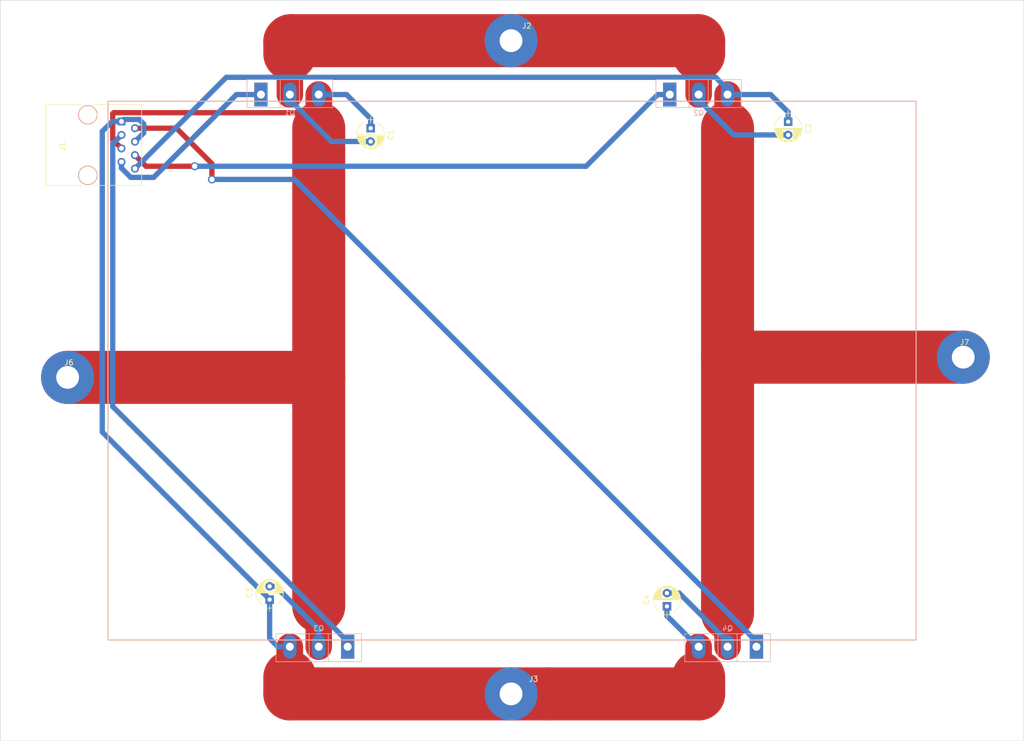
<source format=kicad_pcb>
(kicad_pcb (version 4) (host pcbnew 4.0.7)

  (general
    (links 24)
    (no_connects 2)
    (area 27.889999 20.269999 221.030001 160.070001)
    (thickness 1.6)
    (drawings 25)
    (tracks 103)
    (zones 0)
    (modules 17)
    (nets 9)
  )

  (page A4)
  (layers
    (0 F.Cu mixed)
    (31 B.Cu power)
    (32 B.Adhes user hide)
    (33 F.Adhes user hide)
    (34 B.Paste user hide)
    (35 F.Paste user hide)
    (36 B.SilkS user)
    (37 F.SilkS user)
    (38 B.Mask user hide)
    (39 F.Mask user)
    (40 Dwgs.User user hide)
    (41 Cmts.User user hide)
    (42 Eco1.User user hide)
    (43 Eco2.User user hide)
    (44 Edge.Cuts user)
    (45 Margin user hide)
    (46 B.CrtYd user hide)
    (47 F.CrtYd user hide)
    (48 B.Fab user hide)
    (49 F.Fab user hide)
  )

  (setup
    (last_trace_width 1)
    (trace_clearance 0.4)
    (zone_clearance 0.508)
    (zone_45_only no)
    (trace_min 0.2)
    (segment_width 0.2)
    (edge_width 0.1)
    (via_size 1.5)
    (via_drill 1)
    (via_min_size 0.4)
    (via_min_drill 0.3)
    (uvia_size 1)
    (uvia_drill 0.5)
    (uvias_allowed no)
    (uvia_min_size 0.2)
    (uvia_min_drill 0.1)
    (pcb_text_width 0.3)
    (pcb_text_size 1.5 1.5)
    (mod_edge_width 0.15)
    (mod_text_size 1 1)
    (mod_text_width 0.15)
    (pad_size 10 10)
    (pad_drill 4.3)
    (pad_to_mask_clearance 0)
    (aux_axis_origin 0 0)
    (visible_elements 7FFFEFFF)
    (pcbplotparams
      (layerselection 0x000f0_80000001)
      (usegerberextensions false)
      (excludeedgelayer true)
      (linewidth 0.100000)
      (plotframeref false)
      (viasonmask false)
      (mode 1)
      (useauxorigin false)
      (hpglpennumber 1)
      (hpglpenspeed 20)
      (hpglpendiameter 15)
      (hpglpenoverlay 2)
      (psnegative false)
      (psa4output false)
      (plotreference true)
      (plotvalue true)
      (plotinvisibletext false)
      (padsonsilk false)
      (subtractmaskfromsilk false)
      (outputformat 1)
      (mirror false)
      (drillshape 0)
      (scaleselection 1)
      (outputdirectory ""))
  )

  (net 0 "")
  (net 1 GND_ISO_1)
  (net 2 DRV_GATE_1)
  (net 3 DRV_GATE_2)
  (net 4 DRV_GATE_3)
  (net 5 DRV_GATE_4)
  (net 6 GND_ISO_3)
  (net 7 "/SinglePowerSwitch 1/DRAIN")
  (net 8 GND_ISO_2)

  (net_class Default "This is the default net class."
    (clearance 0.4)
    (trace_width 1)
    (via_dia 1.5)
    (via_drill 1)
    (uvia_dia 1)
    (uvia_drill 0.5)
    (add_net "/SinglePowerSwitch 1/DRAIN")
    (add_net DRV_GATE_1)
    (add_net DRV_GATE_2)
    (add_net DRV_GATE_3)
    (add_net DRV_GATE_4)
    (add_net GND_ISO_1)
    (add_net GND_ISO_2)
    (add_net GND_ISO_3)
  )

  (module TO_SOT_Packages_THT:TO-247_TO-3P_Vertical (layer B.Cu) (tedit 58CE52AE) (tstamp 59AF0986)
    (at 154.2 38.1)
    (descr "TO-247, Vertical, RM 5.45mm, TO-3P")
    (tags "TO-247 Vertical RM 5.45mm TO-3P")
    (path /59AEEDCB/59AEE014)
    (fp_text reference Q2 (at 5.45 3.45) (layer B.SilkS)
      (effects (font (size 1 1) (thickness 0.15)) (justify mirror))
    )
    (fp_text value RFP12N10L (at 5.45 -6.07) (layer B.Fab)
      (effects (font (size 1 1) (thickness 0.15)) (justify mirror))
    )
    (fp_text user %R (at 5.45 3.45) (layer B.Fab)
      (effects (font (size 1 1) (thickness 0.15)) (justify mirror))
    )
    (fp_line (start -2.5 2.33) (end -2.5 -2.7) (layer B.Fab) (width 0.1))
    (fp_line (start -2.5 -2.7) (end 13.4 -2.7) (layer B.Fab) (width 0.1))
    (fp_line (start 13.4 -2.7) (end 13.4 2.33) (layer B.Fab) (width 0.1))
    (fp_line (start 13.4 2.33) (end -2.5 2.33) (layer B.Fab) (width 0.1))
    (fp_line (start 3.645 2.33) (end 3.645 -2.7) (layer B.Fab) (width 0.1))
    (fp_line (start 7.255 2.33) (end 7.255 -2.7) (layer B.Fab) (width 0.1))
    (fp_line (start -2.62 2.451) (end 13.52 2.451) (layer B.SilkS) (width 0.12))
    (fp_line (start -2.62 -2.82) (end 13.52 -2.82) (layer B.SilkS) (width 0.12))
    (fp_line (start -2.62 2.451) (end -2.62 -2.82) (layer B.SilkS) (width 0.12))
    (fp_line (start 13.52 2.451) (end 13.52 -2.82) (layer B.SilkS) (width 0.12))
    (fp_line (start 3.646 2.451) (end 3.646 -2.82) (layer B.SilkS) (width 0.12))
    (fp_line (start 7.255 2.451) (end 7.255 -2.82) (layer B.SilkS) (width 0.12))
    (fp_line (start -2.75 2.59) (end -2.75 -2.95) (layer B.CrtYd) (width 0.05))
    (fp_line (start -2.75 -2.95) (end 13.65 -2.95) (layer B.CrtYd) (width 0.05))
    (fp_line (start 13.65 -2.95) (end 13.65 2.59) (layer B.CrtYd) (width 0.05))
    (fp_line (start 13.65 2.59) (end -2.75 2.59) (layer B.CrtYd) (width 0.05))
    (pad 1 thru_hole rect (at 0 0) (size 2.5 4.5) (drill 1.5) (layers *.Cu *.Mask)
      (net 3 DRV_GATE_2))
    (pad 2 thru_hole oval (at 5.45 0) (size 2.5 4.5) (drill 1.5) (layers *.Cu *.Mask)
      (net 7 "/SinglePowerSwitch 1/DRAIN"))
    (pad 3 thru_hole oval (at 10.9 0) (size 2.5 4.5) (drill 1.5) (layers *.Cu *.Mask)
      (net 8 GND_ISO_2))
    (model ${KISYS3DMOD}/TO_SOT_Packages_THT.3dshapes/TO-247_TO-3P_Vertical.wrl
      (at (xyz 0.212598 0 0))
      (scale (xyz 1 1 1))
      (rotate (xyz 0 0 0))
    )
  )

  (module Mounting_Holes:MountingHole_4.3mm_M4 (layer F.Cu) (tedit 5A27F78E) (tstamp 5A172C5D)
    (at 67.31 59.69)
    (descr "Mounting Hole 4.3mm, no annular, M4")
    (tags "mounting hole 4.3mm no annular m4")
    (attr virtual)
    (fp_text reference "" (at 0 -5.3) (layer F.SilkS)
      (effects (font (size 1 1) (thickness 0.15)))
    )
    (fp_text value MountingHole_4.3mm_M4 (at 0 5.3) (layer F.Fab)
      (effects (font (size 1 1) (thickness 0.15)))
    )
    (fp_text user %R (at 0.3 0) (layer F.Fab)
      (effects (font (size 1 1) (thickness 0.15)))
    )
    (fp_circle (center 0 0) (end 4.3 0) (layer Cmts.User) (width 0.15))
    (fp_circle (center 0 0) (end 4.55 0) (layer F.CrtYd) (width 0.05))
    (pad 1 np_thru_hole circle (at 0 0) (size 4.3 4.3) (drill 4.3) (layers *.Cu *.Mask))
  )

  (module Mounting_Holes:MountingHole_4.3mm_M4 (layer F.Cu) (tedit 5A27F79F) (tstamp 5A172C67)
    (at 67.31 128.27)
    (descr "Mounting Hole 4.3mm, no annular, M4")
    (tags "mounting hole 4.3mm no annular m4")
    (attr virtual)
    (fp_text reference "" (at 0 -5.3) (layer F.SilkS)
      (effects (font (size 1 1) (thickness 0.15)))
    )
    (fp_text value MountingHole_4.3mm_M4 (at 0 5.3) (layer F.Fab)
      (effects (font (size 1 1) (thickness 0.15)))
    )
    (fp_text user %R (at 0.3 0) (layer F.Fab)
      (effects (font (size 1 1) (thickness 0.15)))
    )
    (fp_circle (center 0 0) (end 4.3 0) (layer Cmts.User) (width 0.15))
    (fp_circle (center 0 0) (end 4.55 0) (layer F.CrtYd) (width 0.05))
    (pad 1 np_thru_hole circle (at 0 0) (size 4.3 4.3) (drill 4.3) (layers *.Cu *.Mask))
  )

  (module PartsLibraries:CP_Radial_D5.0mm_P2.50mm (layer F.Cu) (tedit 597BC7C2) (tstamp 59AF0722)
    (at 97.79 44.45 270)
    (descr "CP, Radial series, Radial, pin pitch=2.50mm, , diameter=5mm, Electrolytic Capacitor")
    (tags "CP Radial series Radial pin pitch 2.50mm  diameter 5mm Electrolytic Capacitor")
    (path /59AEDD49/59AEE01D)
    (fp_text reference C1 (at 1.25 -3.81 270) (layer F.SilkS)
      (effects (font (size 1 1) (thickness 0.15)))
    )
    (fp_text value C (at 1.25 3.81 270) (layer F.Fab)
      (effects (font (size 1 1) (thickness 0.15)))
    )
    (fp_arc (start 1.25 0) (end -1.05558 -1.18) (angle 125.8) (layer F.SilkS) (width 0.12))
    (fp_arc (start 1.25 0) (end -1.05558 1.18) (angle -125.8) (layer F.SilkS) (width 0.12))
    (fp_arc (start 1.25 0) (end 3.55558 -1.18) (angle 54.2) (layer F.SilkS) (width 0.12))
    (fp_circle (center 1.25 0) (end 3.75 0) (layer F.Fab) (width 0.1))
    (fp_line (start -2.2 0) (end -1 0) (layer F.Fab) (width 0.1))
    (fp_line (start -1.6 -0.65) (end -1.6 0.65) (layer F.Fab) (width 0.1))
    (fp_line (start 1.25 -2.55) (end 1.25 2.55) (layer F.SilkS) (width 0.12))
    (fp_line (start 1.29 -2.55) (end 1.29 2.55) (layer F.SilkS) (width 0.12))
    (fp_line (start 1.33 -2.549) (end 1.33 2.549) (layer F.SilkS) (width 0.12))
    (fp_line (start 1.37 -2.548) (end 1.37 2.548) (layer F.SilkS) (width 0.12))
    (fp_line (start 1.41 -2.546) (end 1.41 2.546) (layer F.SilkS) (width 0.12))
    (fp_line (start 1.45 -2.543) (end 1.45 2.543) (layer F.SilkS) (width 0.12))
    (fp_line (start 1.49 -2.539) (end 1.49 2.539) (layer F.SilkS) (width 0.12))
    (fp_line (start 1.53 -2.535) (end 1.53 -0.98) (layer F.SilkS) (width 0.12))
    (fp_line (start 1.53 0.98) (end 1.53 2.535) (layer F.SilkS) (width 0.12))
    (fp_line (start 1.57 -2.531) (end 1.57 -0.98) (layer F.SilkS) (width 0.12))
    (fp_line (start 1.57 0.98) (end 1.57 2.531) (layer F.SilkS) (width 0.12))
    (fp_line (start 1.61 -2.525) (end 1.61 -0.98) (layer F.SilkS) (width 0.12))
    (fp_line (start 1.61 0.98) (end 1.61 2.525) (layer F.SilkS) (width 0.12))
    (fp_line (start 1.65 -2.519) (end 1.65 -0.98) (layer F.SilkS) (width 0.12))
    (fp_line (start 1.65 0.98) (end 1.65 2.519) (layer F.SilkS) (width 0.12))
    (fp_line (start 1.69 -2.513) (end 1.69 -0.98) (layer F.SilkS) (width 0.12))
    (fp_line (start 1.69 0.98) (end 1.69 2.513) (layer F.SilkS) (width 0.12))
    (fp_line (start 1.73 -2.506) (end 1.73 -0.98) (layer F.SilkS) (width 0.12))
    (fp_line (start 1.73 0.98) (end 1.73 2.506) (layer F.SilkS) (width 0.12))
    (fp_line (start 1.77 -2.498) (end 1.77 -0.98) (layer F.SilkS) (width 0.12))
    (fp_line (start 1.77 0.98) (end 1.77 2.498) (layer F.SilkS) (width 0.12))
    (fp_line (start 1.81 -2.489) (end 1.81 -0.98) (layer F.SilkS) (width 0.12))
    (fp_line (start 1.81 0.98) (end 1.81 2.489) (layer F.SilkS) (width 0.12))
    (fp_line (start 1.85 -2.48) (end 1.85 -0.98) (layer F.SilkS) (width 0.12))
    (fp_line (start 1.85 0.98) (end 1.85 2.48) (layer F.SilkS) (width 0.12))
    (fp_line (start 1.89 -2.47) (end 1.89 -0.98) (layer F.SilkS) (width 0.12))
    (fp_line (start 1.89 0.98) (end 1.89 2.47) (layer F.SilkS) (width 0.12))
    (fp_line (start 1.93 -2.46) (end 1.93 -0.98) (layer F.SilkS) (width 0.12))
    (fp_line (start 1.93 0.98) (end 1.93 2.46) (layer F.SilkS) (width 0.12))
    (fp_line (start 1.971 -2.448) (end 1.971 -0.98) (layer F.SilkS) (width 0.12))
    (fp_line (start 1.971 0.98) (end 1.971 2.448) (layer F.SilkS) (width 0.12))
    (fp_line (start 2.011 -2.436) (end 2.011 -0.98) (layer F.SilkS) (width 0.12))
    (fp_line (start 2.011 0.98) (end 2.011 2.436) (layer F.SilkS) (width 0.12))
    (fp_line (start 2.051 -2.424) (end 2.051 -0.98) (layer F.SilkS) (width 0.12))
    (fp_line (start 2.051 0.98) (end 2.051 2.424) (layer F.SilkS) (width 0.12))
    (fp_line (start 2.091 -2.41) (end 2.091 -0.98) (layer F.SilkS) (width 0.12))
    (fp_line (start 2.091 0.98) (end 2.091 2.41) (layer F.SilkS) (width 0.12))
    (fp_line (start 2.131 -2.396) (end 2.131 -0.98) (layer F.SilkS) (width 0.12))
    (fp_line (start 2.131 0.98) (end 2.131 2.396) (layer F.SilkS) (width 0.12))
    (fp_line (start 2.171 -2.382) (end 2.171 -0.98) (layer F.SilkS) (width 0.12))
    (fp_line (start 2.171 0.98) (end 2.171 2.382) (layer F.SilkS) (width 0.12))
    (fp_line (start 2.211 -2.366) (end 2.211 -0.98) (layer F.SilkS) (width 0.12))
    (fp_line (start 2.211 0.98) (end 2.211 2.366) (layer F.SilkS) (width 0.12))
    (fp_line (start 2.251 -2.35) (end 2.251 -0.98) (layer F.SilkS) (width 0.12))
    (fp_line (start 2.251 0.98) (end 2.251 2.35) (layer F.SilkS) (width 0.12))
    (fp_line (start 2.291 -2.333) (end 2.291 -0.98) (layer F.SilkS) (width 0.12))
    (fp_line (start 2.291 0.98) (end 2.291 2.333) (layer F.SilkS) (width 0.12))
    (fp_line (start 2.331 -2.315) (end 2.331 -0.98) (layer F.SilkS) (width 0.12))
    (fp_line (start 2.331 0.98) (end 2.331 2.315) (layer F.SilkS) (width 0.12))
    (fp_line (start 2.371 -2.296) (end 2.371 -0.98) (layer F.SilkS) (width 0.12))
    (fp_line (start 2.371 0.98) (end 2.371 2.296) (layer F.SilkS) (width 0.12))
    (fp_line (start 2.411 -2.276) (end 2.411 -0.98) (layer F.SilkS) (width 0.12))
    (fp_line (start 2.411 0.98) (end 2.411 2.276) (layer F.SilkS) (width 0.12))
    (fp_line (start 2.451 -2.256) (end 2.451 -0.98) (layer F.SilkS) (width 0.12))
    (fp_line (start 2.451 0.98) (end 2.451 2.256) (layer F.SilkS) (width 0.12))
    (fp_line (start 2.491 -2.234) (end 2.491 -0.98) (layer F.SilkS) (width 0.12))
    (fp_line (start 2.491 0.98) (end 2.491 2.234) (layer F.SilkS) (width 0.12))
    (fp_line (start 2.531 -2.212) (end 2.531 -0.98) (layer F.SilkS) (width 0.12))
    (fp_line (start 2.531 0.98) (end 2.531 2.212) (layer F.SilkS) (width 0.12))
    (fp_line (start 2.571 -2.189) (end 2.571 -0.98) (layer F.SilkS) (width 0.12))
    (fp_line (start 2.571 0.98) (end 2.571 2.189) (layer F.SilkS) (width 0.12))
    (fp_line (start 2.611 -2.165) (end 2.611 -0.98) (layer F.SilkS) (width 0.12))
    (fp_line (start 2.611 0.98) (end 2.611 2.165) (layer F.SilkS) (width 0.12))
    (fp_line (start 2.651 -2.14) (end 2.651 -0.98) (layer F.SilkS) (width 0.12))
    (fp_line (start 2.651 0.98) (end 2.651 2.14) (layer F.SilkS) (width 0.12))
    (fp_line (start 2.691 -2.113) (end 2.691 -0.98) (layer F.SilkS) (width 0.12))
    (fp_line (start 2.691 0.98) (end 2.691 2.113) (layer F.SilkS) (width 0.12))
    (fp_line (start 2.731 -2.086) (end 2.731 -0.98) (layer F.SilkS) (width 0.12))
    (fp_line (start 2.731 0.98) (end 2.731 2.086) (layer F.SilkS) (width 0.12))
    (fp_line (start 2.771 -2.058) (end 2.771 -0.98) (layer F.SilkS) (width 0.12))
    (fp_line (start 2.771 0.98) (end 2.771 2.058) (layer F.SilkS) (width 0.12))
    (fp_line (start 2.811 -2.028) (end 2.811 -0.98) (layer F.SilkS) (width 0.12))
    (fp_line (start 2.811 0.98) (end 2.811 2.028) (layer F.SilkS) (width 0.12))
    (fp_line (start 2.851 -1.997) (end 2.851 -0.98) (layer F.SilkS) (width 0.12))
    (fp_line (start 2.851 0.98) (end 2.851 1.997) (layer F.SilkS) (width 0.12))
    (fp_line (start 2.891 -1.965) (end 2.891 -0.98) (layer F.SilkS) (width 0.12))
    (fp_line (start 2.891 0.98) (end 2.891 1.965) (layer F.SilkS) (width 0.12))
    (fp_line (start 2.931 -1.932) (end 2.931 -0.98) (layer F.SilkS) (width 0.12))
    (fp_line (start 2.931 0.98) (end 2.931 1.932) (layer F.SilkS) (width 0.12))
    (fp_line (start 2.971 -1.897) (end 2.971 -0.98) (layer F.SilkS) (width 0.12))
    (fp_line (start 2.971 0.98) (end 2.971 1.897) (layer F.SilkS) (width 0.12))
    (fp_line (start 3.011 -1.861) (end 3.011 -0.98) (layer F.SilkS) (width 0.12))
    (fp_line (start 3.011 0.98) (end 3.011 1.861) (layer F.SilkS) (width 0.12))
    (fp_line (start 3.051 -1.823) (end 3.051 -0.98) (layer F.SilkS) (width 0.12))
    (fp_line (start 3.051 0.98) (end 3.051 1.823) (layer F.SilkS) (width 0.12))
    (fp_line (start 3.091 -1.783) (end 3.091 -0.98) (layer F.SilkS) (width 0.12))
    (fp_line (start 3.091 0.98) (end 3.091 1.783) (layer F.SilkS) (width 0.12))
    (fp_line (start 3.131 -1.742) (end 3.131 -0.98) (layer F.SilkS) (width 0.12))
    (fp_line (start 3.131 0.98) (end 3.131 1.742) (layer F.SilkS) (width 0.12))
    (fp_line (start 3.171 -1.699) (end 3.171 -0.98) (layer F.SilkS) (width 0.12))
    (fp_line (start 3.171 0.98) (end 3.171 1.699) (layer F.SilkS) (width 0.12))
    (fp_line (start 3.211 -1.654) (end 3.211 -0.98) (layer F.SilkS) (width 0.12))
    (fp_line (start 3.211 0.98) (end 3.211 1.654) (layer F.SilkS) (width 0.12))
    (fp_line (start 3.251 -1.606) (end 3.251 -0.98) (layer F.SilkS) (width 0.12))
    (fp_line (start 3.251 0.98) (end 3.251 1.606) (layer F.SilkS) (width 0.12))
    (fp_line (start 3.291 -1.556) (end 3.291 -0.98) (layer F.SilkS) (width 0.12))
    (fp_line (start 3.291 0.98) (end 3.291 1.556) (layer F.SilkS) (width 0.12))
    (fp_line (start 3.331 -1.504) (end 3.331 -0.98) (layer F.SilkS) (width 0.12))
    (fp_line (start 3.331 0.98) (end 3.331 1.504) (layer F.SilkS) (width 0.12))
    (fp_line (start 3.371 -1.448) (end 3.371 -0.98) (layer F.SilkS) (width 0.12))
    (fp_line (start 3.371 0.98) (end 3.371 1.448) (layer F.SilkS) (width 0.12))
    (fp_line (start 3.411 -1.39) (end 3.411 -0.98) (layer F.SilkS) (width 0.12))
    (fp_line (start 3.411 0.98) (end 3.411 1.39) (layer F.SilkS) (width 0.12))
    (fp_line (start 3.451 -1.327) (end 3.451 -0.98) (layer F.SilkS) (width 0.12))
    (fp_line (start 3.451 0.98) (end 3.451 1.327) (layer F.SilkS) (width 0.12))
    (fp_line (start 3.491 -1.261) (end 3.491 1.261) (layer F.SilkS) (width 0.12))
    (fp_line (start 3.531 -1.189) (end 3.531 1.189) (layer F.SilkS) (width 0.12))
    (fp_line (start 3.571 -1.112) (end 3.571 1.112) (layer F.SilkS) (width 0.12))
    (fp_line (start 3.611 -1.028) (end 3.611 1.028) (layer F.SilkS) (width 0.12))
    (fp_line (start 3.651 -0.934) (end 3.651 0.934) (layer F.SilkS) (width 0.12))
    (fp_line (start 3.691 -0.829) (end 3.691 0.829) (layer F.SilkS) (width 0.12))
    (fp_line (start 3.731 -0.707) (end 3.731 0.707) (layer F.SilkS) (width 0.12))
    (fp_line (start 3.771 -0.559) (end 3.771 0.559) (layer F.SilkS) (width 0.12))
    (fp_line (start 3.811 -0.354) (end 3.811 0.354) (layer F.SilkS) (width 0.12))
    (fp_line (start -2.2 0) (end -1 0) (layer F.SilkS) (width 0.12))
    (fp_line (start -1.6 -0.65) (end -1.6 0.65) (layer F.SilkS) (width 0.12))
    (fp_line (start -1.6 -2.85) (end -1.6 2.85) (layer F.CrtYd) (width 0.05))
    (fp_line (start -1.6 2.85) (end 4.1 2.85) (layer F.CrtYd) (width 0.05))
    (fp_line (start 4.1 2.85) (end 4.1 -2.85) (layer F.CrtYd) (width 0.05))
    (fp_line (start 4.1 -2.85) (end -1.6 -2.85) (layer F.CrtYd) (width 0.05))
    (fp_text user %R (at 1.25 0 270) (layer F.Fab)
      (effects (font (size 1 1) (thickness 0.15)))
    )
    (pad 1 thru_hole rect (at 0 0 270) (size 1.6 1.6) (drill 0.8) (layers *.Cu *.Mask)
      (net 1 GND_ISO_1))
    (pad 2 thru_hole circle (at 2.5 0 270) (size 1.6 1.6) (drill 0.8) (layers *.Cu *.Mask)
      (net 7 "/SinglePowerSwitch 1/DRAIN"))
    (model ${KISYS3DMOD}/Capacitors_THT.3dshapes/CP_Radial_D5.0mm_P2.50mm.wrl
      (at (xyz 0 0 0))
      (scale (xyz 1 1 1))
      (rotate (xyz 0 0 0))
    )
  )

  (module PartsLibraries:CP_Radial_D5.0mm_P2.50mm (layer F.Cu) (tedit 597BC7C2) (tstamp 59AF082C)
    (at 78.74 133.35 90)
    (descr "CP, Radial series, Radial, pin pitch=2.50mm, , diameter=5mm, Electrolytic Capacitor")
    (tags "CP Radial series Radial pin pitch 2.50mm  diameter 5mm Electrolytic Capacitor")
    (path /59AEEFC6/59AEE01D)
    (fp_text reference C3 (at 1.25 -3.81 90) (layer F.SilkS)
      (effects (font (size 1 1) (thickness 0.15)))
    )
    (fp_text value C (at 1.25 3.81 90) (layer F.Fab)
      (effects (font (size 1 1) (thickness 0.15)))
    )
    (fp_arc (start 1.25 0) (end -1.05558 -1.18) (angle 125.8) (layer F.SilkS) (width 0.12))
    (fp_arc (start 1.25 0) (end -1.05558 1.18) (angle -125.8) (layer F.SilkS) (width 0.12))
    (fp_arc (start 1.25 0) (end 3.55558 -1.18) (angle 54.2) (layer F.SilkS) (width 0.12))
    (fp_circle (center 1.25 0) (end 3.75 0) (layer F.Fab) (width 0.1))
    (fp_line (start -2.2 0) (end -1 0) (layer F.Fab) (width 0.1))
    (fp_line (start -1.6 -0.65) (end -1.6 0.65) (layer F.Fab) (width 0.1))
    (fp_line (start 1.25 -2.55) (end 1.25 2.55) (layer F.SilkS) (width 0.12))
    (fp_line (start 1.29 -2.55) (end 1.29 2.55) (layer F.SilkS) (width 0.12))
    (fp_line (start 1.33 -2.549) (end 1.33 2.549) (layer F.SilkS) (width 0.12))
    (fp_line (start 1.37 -2.548) (end 1.37 2.548) (layer F.SilkS) (width 0.12))
    (fp_line (start 1.41 -2.546) (end 1.41 2.546) (layer F.SilkS) (width 0.12))
    (fp_line (start 1.45 -2.543) (end 1.45 2.543) (layer F.SilkS) (width 0.12))
    (fp_line (start 1.49 -2.539) (end 1.49 2.539) (layer F.SilkS) (width 0.12))
    (fp_line (start 1.53 -2.535) (end 1.53 -0.98) (layer F.SilkS) (width 0.12))
    (fp_line (start 1.53 0.98) (end 1.53 2.535) (layer F.SilkS) (width 0.12))
    (fp_line (start 1.57 -2.531) (end 1.57 -0.98) (layer F.SilkS) (width 0.12))
    (fp_line (start 1.57 0.98) (end 1.57 2.531) (layer F.SilkS) (width 0.12))
    (fp_line (start 1.61 -2.525) (end 1.61 -0.98) (layer F.SilkS) (width 0.12))
    (fp_line (start 1.61 0.98) (end 1.61 2.525) (layer F.SilkS) (width 0.12))
    (fp_line (start 1.65 -2.519) (end 1.65 -0.98) (layer F.SilkS) (width 0.12))
    (fp_line (start 1.65 0.98) (end 1.65 2.519) (layer F.SilkS) (width 0.12))
    (fp_line (start 1.69 -2.513) (end 1.69 -0.98) (layer F.SilkS) (width 0.12))
    (fp_line (start 1.69 0.98) (end 1.69 2.513) (layer F.SilkS) (width 0.12))
    (fp_line (start 1.73 -2.506) (end 1.73 -0.98) (layer F.SilkS) (width 0.12))
    (fp_line (start 1.73 0.98) (end 1.73 2.506) (layer F.SilkS) (width 0.12))
    (fp_line (start 1.77 -2.498) (end 1.77 -0.98) (layer F.SilkS) (width 0.12))
    (fp_line (start 1.77 0.98) (end 1.77 2.498) (layer F.SilkS) (width 0.12))
    (fp_line (start 1.81 -2.489) (end 1.81 -0.98) (layer F.SilkS) (width 0.12))
    (fp_line (start 1.81 0.98) (end 1.81 2.489) (layer F.SilkS) (width 0.12))
    (fp_line (start 1.85 -2.48) (end 1.85 -0.98) (layer F.SilkS) (width 0.12))
    (fp_line (start 1.85 0.98) (end 1.85 2.48) (layer F.SilkS) (width 0.12))
    (fp_line (start 1.89 -2.47) (end 1.89 -0.98) (layer F.SilkS) (width 0.12))
    (fp_line (start 1.89 0.98) (end 1.89 2.47) (layer F.SilkS) (width 0.12))
    (fp_line (start 1.93 -2.46) (end 1.93 -0.98) (layer F.SilkS) (width 0.12))
    (fp_line (start 1.93 0.98) (end 1.93 2.46) (layer F.SilkS) (width 0.12))
    (fp_line (start 1.971 -2.448) (end 1.971 -0.98) (layer F.SilkS) (width 0.12))
    (fp_line (start 1.971 0.98) (end 1.971 2.448) (layer F.SilkS) (width 0.12))
    (fp_line (start 2.011 -2.436) (end 2.011 -0.98) (layer F.SilkS) (width 0.12))
    (fp_line (start 2.011 0.98) (end 2.011 2.436) (layer F.SilkS) (width 0.12))
    (fp_line (start 2.051 -2.424) (end 2.051 -0.98) (layer F.SilkS) (width 0.12))
    (fp_line (start 2.051 0.98) (end 2.051 2.424) (layer F.SilkS) (width 0.12))
    (fp_line (start 2.091 -2.41) (end 2.091 -0.98) (layer F.SilkS) (width 0.12))
    (fp_line (start 2.091 0.98) (end 2.091 2.41) (layer F.SilkS) (width 0.12))
    (fp_line (start 2.131 -2.396) (end 2.131 -0.98) (layer F.SilkS) (width 0.12))
    (fp_line (start 2.131 0.98) (end 2.131 2.396) (layer F.SilkS) (width 0.12))
    (fp_line (start 2.171 -2.382) (end 2.171 -0.98) (layer F.SilkS) (width 0.12))
    (fp_line (start 2.171 0.98) (end 2.171 2.382) (layer F.SilkS) (width 0.12))
    (fp_line (start 2.211 -2.366) (end 2.211 -0.98) (layer F.SilkS) (width 0.12))
    (fp_line (start 2.211 0.98) (end 2.211 2.366) (layer F.SilkS) (width 0.12))
    (fp_line (start 2.251 -2.35) (end 2.251 -0.98) (layer F.SilkS) (width 0.12))
    (fp_line (start 2.251 0.98) (end 2.251 2.35) (layer F.SilkS) (width 0.12))
    (fp_line (start 2.291 -2.333) (end 2.291 -0.98) (layer F.SilkS) (width 0.12))
    (fp_line (start 2.291 0.98) (end 2.291 2.333) (layer F.SilkS) (width 0.12))
    (fp_line (start 2.331 -2.315) (end 2.331 -0.98) (layer F.SilkS) (width 0.12))
    (fp_line (start 2.331 0.98) (end 2.331 2.315) (layer F.SilkS) (width 0.12))
    (fp_line (start 2.371 -2.296) (end 2.371 -0.98) (layer F.SilkS) (width 0.12))
    (fp_line (start 2.371 0.98) (end 2.371 2.296) (layer F.SilkS) (width 0.12))
    (fp_line (start 2.411 -2.276) (end 2.411 -0.98) (layer F.SilkS) (width 0.12))
    (fp_line (start 2.411 0.98) (end 2.411 2.276) (layer F.SilkS) (width 0.12))
    (fp_line (start 2.451 -2.256) (end 2.451 -0.98) (layer F.SilkS) (width 0.12))
    (fp_line (start 2.451 0.98) (end 2.451 2.256) (layer F.SilkS) (width 0.12))
    (fp_line (start 2.491 -2.234) (end 2.491 -0.98) (layer F.SilkS) (width 0.12))
    (fp_line (start 2.491 0.98) (end 2.491 2.234) (layer F.SilkS) (width 0.12))
    (fp_line (start 2.531 -2.212) (end 2.531 -0.98) (layer F.SilkS) (width 0.12))
    (fp_line (start 2.531 0.98) (end 2.531 2.212) (layer F.SilkS) (width 0.12))
    (fp_line (start 2.571 -2.189) (end 2.571 -0.98) (layer F.SilkS) (width 0.12))
    (fp_line (start 2.571 0.98) (end 2.571 2.189) (layer F.SilkS) (width 0.12))
    (fp_line (start 2.611 -2.165) (end 2.611 -0.98) (layer F.SilkS) (width 0.12))
    (fp_line (start 2.611 0.98) (end 2.611 2.165) (layer F.SilkS) (width 0.12))
    (fp_line (start 2.651 -2.14) (end 2.651 -0.98) (layer F.SilkS) (width 0.12))
    (fp_line (start 2.651 0.98) (end 2.651 2.14) (layer F.SilkS) (width 0.12))
    (fp_line (start 2.691 -2.113) (end 2.691 -0.98) (layer F.SilkS) (width 0.12))
    (fp_line (start 2.691 0.98) (end 2.691 2.113) (layer F.SilkS) (width 0.12))
    (fp_line (start 2.731 -2.086) (end 2.731 -0.98) (layer F.SilkS) (width 0.12))
    (fp_line (start 2.731 0.98) (end 2.731 2.086) (layer F.SilkS) (width 0.12))
    (fp_line (start 2.771 -2.058) (end 2.771 -0.98) (layer F.SilkS) (width 0.12))
    (fp_line (start 2.771 0.98) (end 2.771 2.058) (layer F.SilkS) (width 0.12))
    (fp_line (start 2.811 -2.028) (end 2.811 -0.98) (layer F.SilkS) (width 0.12))
    (fp_line (start 2.811 0.98) (end 2.811 2.028) (layer F.SilkS) (width 0.12))
    (fp_line (start 2.851 -1.997) (end 2.851 -0.98) (layer F.SilkS) (width 0.12))
    (fp_line (start 2.851 0.98) (end 2.851 1.997) (layer F.SilkS) (width 0.12))
    (fp_line (start 2.891 -1.965) (end 2.891 -0.98) (layer F.SilkS) (width 0.12))
    (fp_line (start 2.891 0.98) (end 2.891 1.965) (layer F.SilkS) (width 0.12))
    (fp_line (start 2.931 -1.932) (end 2.931 -0.98) (layer F.SilkS) (width 0.12))
    (fp_line (start 2.931 0.98) (end 2.931 1.932) (layer F.SilkS) (width 0.12))
    (fp_line (start 2.971 -1.897) (end 2.971 -0.98) (layer F.SilkS) (width 0.12))
    (fp_line (start 2.971 0.98) (end 2.971 1.897) (layer F.SilkS) (width 0.12))
    (fp_line (start 3.011 -1.861) (end 3.011 -0.98) (layer F.SilkS) (width 0.12))
    (fp_line (start 3.011 0.98) (end 3.011 1.861) (layer F.SilkS) (width 0.12))
    (fp_line (start 3.051 -1.823) (end 3.051 -0.98) (layer F.SilkS) (width 0.12))
    (fp_line (start 3.051 0.98) (end 3.051 1.823) (layer F.SilkS) (width 0.12))
    (fp_line (start 3.091 -1.783) (end 3.091 -0.98) (layer F.SilkS) (width 0.12))
    (fp_line (start 3.091 0.98) (end 3.091 1.783) (layer F.SilkS) (width 0.12))
    (fp_line (start 3.131 -1.742) (end 3.131 -0.98) (layer F.SilkS) (width 0.12))
    (fp_line (start 3.131 0.98) (end 3.131 1.742) (layer F.SilkS) (width 0.12))
    (fp_line (start 3.171 -1.699) (end 3.171 -0.98) (layer F.SilkS) (width 0.12))
    (fp_line (start 3.171 0.98) (end 3.171 1.699) (layer F.SilkS) (width 0.12))
    (fp_line (start 3.211 -1.654) (end 3.211 -0.98) (layer F.SilkS) (width 0.12))
    (fp_line (start 3.211 0.98) (end 3.211 1.654) (layer F.SilkS) (width 0.12))
    (fp_line (start 3.251 -1.606) (end 3.251 -0.98) (layer F.SilkS) (width 0.12))
    (fp_line (start 3.251 0.98) (end 3.251 1.606) (layer F.SilkS) (width 0.12))
    (fp_line (start 3.291 -1.556) (end 3.291 -0.98) (layer F.SilkS) (width 0.12))
    (fp_line (start 3.291 0.98) (end 3.291 1.556) (layer F.SilkS) (width 0.12))
    (fp_line (start 3.331 -1.504) (end 3.331 -0.98) (layer F.SilkS) (width 0.12))
    (fp_line (start 3.331 0.98) (end 3.331 1.504) (layer F.SilkS) (width 0.12))
    (fp_line (start 3.371 -1.448) (end 3.371 -0.98) (layer F.SilkS) (width 0.12))
    (fp_line (start 3.371 0.98) (end 3.371 1.448) (layer F.SilkS) (width 0.12))
    (fp_line (start 3.411 -1.39) (end 3.411 -0.98) (layer F.SilkS) (width 0.12))
    (fp_line (start 3.411 0.98) (end 3.411 1.39) (layer F.SilkS) (width 0.12))
    (fp_line (start 3.451 -1.327) (end 3.451 -0.98) (layer F.SilkS) (width 0.12))
    (fp_line (start 3.451 0.98) (end 3.451 1.327) (layer F.SilkS) (width 0.12))
    (fp_line (start 3.491 -1.261) (end 3.491 1.261) (layer F.SilkS) (width 0.12))
    (fp_line (start 3.531 -1.189) (end 3.531 1.189) (layer F.SilkS) (width 0.12))
    (fp_line (start 3.571 -1.112) (end 3.571 1.112) (layer F.SilkS) (width 0.12))
    (fp_line (start 3.611 -1.028) (end 3.611 1.028) (layer F.SilkS) (width 0.12))
    (fp_line (start 3.651 -0.934) (end 3.651 0.934) (layer F.SilkS) (width 0.12))
    (fp_line (start 3.691 -0.829) (end 3.691 0.829) (layer F.SilkS) (width 0.12))
    (fp_line (start 3.731 -0.707) (end 3.731 0.707) (layer F.SilkS) (width 0.12))
    (fp_line (start 3.771 -0.559) (end 3.771 0.559) (layer F.SilkS) (width 0.12))
    (fp_line (start 3.811 -0.354) (end 3.811 0.354) (layer F.SilkS) (width 0.12))
    (fp_line (start -2.2 0) (end -1 0) (layer F.SilkS) (width 0.12))
    (fp_line (start -1.6 -0.65) (end -1.6 0.65) (layer F.SilkS) (width 0.12))
    (fp_line (start -1.6 -2.85) (end -1.6 2.85) (layer F.CrtYd) (width 0.05))
    (fp_line (start -1.6 2.85) (end 4.1 2.85) (layer F.CrtYd) (width 0.05))
    (fp_line (start 4.1 2.85) (end 4.1 -2.85) (layer F.CrtYd) (width 0.05))
    (fp_line (start 4.1 -2.85) (end -1.6 -2.85) (layer F.CrtYd) (width 0.05))
    (fp_text user %R (at 1.25 0 90) (layer F.Fab)
      (effects (font (size 1 1) (thickness 0.15)))
    )
    (pad 1 thru_hole rect (at 0 0 90) (size 1.6 1.6) (drill 0.8) (layers *.Cu *.Mask)
      (net 6 GND_ISO_3))
    (pad 2 thru_hole circle (at 2.5 0 90) (size 1.6 1.6) (drill 0.8) (layers *.Cu *.Mask)
      (net 1 GND_ISO_1))
    (model ${KISYS3DMOD}/Capacitors_THT.3dshapes/CP_Radial_D5.0mm_P2.50mm.wrl
      (at (xyz 0 0 0))
      (scale (xyz 1 1 1))
      (rotate (xyz 0 0 0))
    )
  )

  (module PartsLibraries:PowerConnectorRound (layer F.Cu) (tedit 59AECA0D) (tstamp 5A291ED7)
    (at 209.55 87.63)
    (path /59AFA697)
    (fp_text reference J7 (at 0.254 -2.794) (layer F.SilkS)
      (effects (font (size 1 1) (thickness 0.15)))
    )
    (fp_text value AC_OUT (at 0 6.35) (layer F.Fab)
      (effects (font (size 1 1) (thickness 0.15)))
    )
    (pad 1 thru_hole circle (at 0 0) (size 10 10) (drill 4.3) (layers *.Cu *.Mask)
      (net 8 GND_ISO_2))
  )

  (module PartsLibraries:PowerConnectorRound (layer F.Cu) (tedit 5A292040) (tstamp 5A291ECD)
    (at 128.27 151.13)
    (path /5A28246C)
    (fp_text reference J3 (at 0.254 -2.794) (layer F.SilkS)
      (effects (font (size 1 1) (thickness 0.15)))
    )
    (fp_text value NEG_IN (at 0 6.35) (layer F.Fab)
      (effects (font (size 1 1) (thickness 0.15)))
    )
    (pad 1 thru_hole circle (at -4 0) (size 10 10) (drill 4.3) (layers *.Cu *.Mask)
      (net 6 GND_ISO_3))
  )

  (module Mounting_Holes:MountingHole_4.3mm_M4 (layer F.Cu) (tedit 5A27F7A2) (tstamp 5A172C6E)
    (at 182.88 127)
    (descr "Mounting Hole 4.3mm, no annular, M4")
    (tags "mounting hole 4.3mm no annular m4")
    (attr virtual)
    (fp_text reference "" (at 0 -5.3) (layer F.SilkS)
      (effects (font (size 1 1) (thickness 0.15)))
    )
    (fp_text value MountingHole_4.3mm_M4 (at 0 5.3) (layer F.Fab)
      (effects (font (size 1 1) (thickness 0.15)))
    )
    (fp_text user %R (at 0.3 0) (layer F.Fab)
      (effects (font (size 1 1) (thickness 0.15)))
    )
    (fp_circle (center 0 0) (end 4.3 0) (layer Cmts.User) (width 0.15))
    (fp_circle (center 0 0) (end 4.55 0) (layer F.CrtYd) (width 0.05))
    (pad 1 np_thru_hole circle (at 0 0) (size 4.3 4.3) (drill 4.3) (layers *.Cu *.Mask))
  )

  (module Mounting_Holes:MountingHole_4.3mm_M4 (layer F.Cu) (tedit 5A27F798) (tstamp 5A172C60)
    (at 182.88 58.42)
    (descr "Mounting Hole 4.3mm, no annular, M4")
    (tags "mounting hole 4.3mm no annular m4")
    (attr virtual)
    (fp_text reference "" (at 0 -5.3) (layer F.SilkS)
      (effects (font (size 1 1) (thickness 0.15)))
    )
    (fp_text value MountingHole_4.3mm_M4 (at 0 5.3) (layer F.Fab)
      (effects (font (size 1 1) (thickness 0.15)))
    )
    (fp_text user %R (at 0.3 0) (layer F.Fab)
      (effects (font (size 1 1) (thickness 0.15)))
    )
    (fp_circle (center 0 0) (end 4.3 0) (layer Cmts.User) (width 0.15))
    (fp_circle (center 0 0) (end 4.55 0) (layer F.CrtYd) (width 0.05))
    (pad 1 np_thru_hole circle (at 0 0) (size 4.3 4.3) (drill 4.3) (layers *.Cu *.Mask))
  )

  (module PartsLibraries:CP_Radial_D5.0mm_P2.50mm (layer F.Cu) (tedit 597BC7C2) (tstamp 59AF07A7)
    (at 176.53 43.22 270)
    (descr "CP, Radial series, Radial, pin pitch=2.50mm, , diameter=5mm, Electrolytic Capacitor")
    (tags "CP Radial series Radial pin pitch 2.50mm  diameter 5mm Electrolytic Capacitor")
    (path /59AEEDCB/59AEE01D)
    (fp_text reference C2 (at 1.25 -3.81 270) (layer F.SilkS)
      (effects (font (size 1 1) (thickness 0.15)))
    )
    (fp_text value C (at 1.25 3.81 270) (layer F.Fab)
      (effects (font (size 1 1) (thickness 0.15)))
    )
    (fp_arc (start 1.25 0) (end -1.05558 -1.18) (angle 125.8) (layer F.SilkS) (width 0.12))
    (fp_arc (start 1.25 0) (end -1.05558 1.18) (angle -125.8) (layer F.SilkS) (width 0.12))
    (fp_arc (start 1.25 0) (end 3.55558 -1.18) (angle 54.2) (layer F.SilkS) (width 0.12))
    (fp_circle (center 1.25 0) (end 3.75 0) (layer F.Fab) (width 0.1))
    (fp_line (start -2.2 0) (end -1 0) (layer F.Fab) (width 0.1))
    (fp_line (start -1.6 -0.65) (end -1.6 0.65) (layer F.Fab) (width 0.1))
    (fp_line (start 1.25 -2.55) (end 1.25 2.55) (layer F.SilkS) (width 0.12))
    (fp_line (start 1.29 -2.55) (end 1.29 2.55) (layer F.SilkS) (width 0.12))
    (fp_line (start 1.33 -2.549) (end 1.33 2.549) (layer F.SilkS) (width 0.12))
    (fp_line (start 1.37 -2.548) (end 1.37 2.548) (layer F.SilkS) (width 0.12))
    (fp_line (start 1.41 -2.546) (end 1.41 2.546) (layer F.SilkS) (width 0.12))
    (fp_line (start 1.45 -2.543) (end 1.45 2.543) (layer F.SilkS) (width 0.12))
    (fp_line (start 1.49 -2.539) (end 1.49 2.539) (layer F.SilkS) (width 0.12))
    (fp_line (start 1.53 -2.535) (end 1.53 -0.98) (layer F.SilkS) (width 0.12))
    (fp_line (start 1.53 0.98) (end 1.53 2.535) (layer F.SilkS) (width 0.12))
    (fp_line (start 1.57 -2.531) (end 1.57 -0.98) (layer F.SilkS) (width 0.12))
    (fp_line (start 1.57 0.98) (end 1.57 2.531) (layer F.SilkS) (width 0.12))
    (fp_line (start 1.61 -2.525) (end 1.61 -0.98) (layer F.SilkS) (width 0.12))
    (fp_line (start 1.61 0.98) (end 1.61 2.525) (layer F.SilkS) (width 0.12))
    (fp_line (start 1.65 -2.519) (end 1.65 -0.98) (layer F.SilkS) (width 0.12))
    (fp_line (start 1.65 0.98) (end 1.65 2.519) (layer F.SilkS) (width 0.12))
    (fp_line (start 1.69 -2.513) (end 1.69 -0.98) (layer F.SilkS) (width 0.12))
    (fp_line (start 1.69 0.98) (end 1.69 2.513) (layer F.SilkS) (width 0.12))
    (fp_line (start 1.73 -2.506) (end 1.73 -0.98) (layer F.SilkS) (width 0.12))
    (fp_line (start 1.73 0.98) (end 1.73 2.506) (layer F.SilkS) (width 0.12))
    (fp_line (start 1.77 -2.498) (end 1.77 -0.98) (layer F.SilkS) (width 0.12))
    (fp_line (start 1.77 0.98) (end 1.77 2.498) (layer F.SilkS) (width 0.12))
    (fp_line (start 1.81 -2.489) (end 1.81 -0.98) (layer F.SilkS) (width 0.12))
    (fp_line (start 1.81 0.98) (end 1.81 2.489) (layer F.SilkS) (width 0.12))
    (fp_line (start 1.85 -2.48) (end 1.85 -0.98) (layer F.SilkS) (width 0.12))
    (fp_line (start 1.85 0.98) (end 1.85 2.48) (layer F.SilkS) (width 0.12))
    (fp_line (start 1.89 -2.47) (end 1.89 -0.98) (layer F.SilkS) (width 0.12))
    (fp_line (start 1.89 0.98) (end 1.89 2.47) (layer F.SilkS) (width 0.12))
    (fp_line (start 1.93 -2.46) (end 1.93 -0.98) (layer F.SilkS) (width 0.12))
    (fp_line (start 1.93 0.98) (end 1.93 2.46) (layer F.SilkS) (width 0.12))
    (fp_line (start 1.971 -2.448) (end 1.971 -0.98) (layer F.SilkS) (width 0.12))
    (fp_line (start 1.971 0.98) (end 1.971 2.448) (layer F.SilkS) (width 0.12))
    (fp_line (start 2.011 -2.436) (end 2.011 -0.98) (layer F.SilkS) (width 0.12))
    (fp_line (start 2.011 0.98) (end 2.011 2.436) (layer F.SilkS) (width 0.12))
    (fp_line (start 2.051 -2.424) (end 2.051 -0.98) (layer F.SilkS) (width 0.12))
    (fp_line (start 2.051 0.98) (end 2.051 2.424) (layer F.SilkS) (width 0.12))
    (fp_line (start 2.091 -2.41) (end 2.091 -0.98) (layer F.SilkS) (width 0.12))
    (fp_line (start 2.091 0.98) (end 2.091 2.41) (layer F.SilkS) (width 0.12))
    (fp_line (start 2.131 -2.396) (end 2.131 -0.98) (layer F.SilkS) (width 0.12))
    (fp_line (start 2.131 0.98) (end 2.131 2.396) (layer F.SilkS) (width 0.12))
    (fp_line (start 2.171 -2.382) (end 2.171 -0.98) (layer F.SilkS) (width 0.12))
    (fp_line (start 2.171 0.98) (end 2.171 2.382) (layer F.SilkS) (width 0.12))
    (fp_line (start 2.211 -2.366) (end 2.211 -0.98) (layer F.SilkS) (width 0.12))
    (fp_line (start 2.211 0.98) (end 2.211 2.366) (layer F.SilkS) (width 0.12))
    (fp_line (start 2.251 -2.35) (end 2.251 -0.98) (layer F.SilkS) (width 0.12))
    (fp_line (start 2.251 0.98) (end 2.251 2.35) (layer F.SilkS) (width 0.12))
    (fp_line (start 2.291 -2.333) (end 2.291 -0.98) (layer F.SilkS) (width 0.12))
    (fp_line (start 2.291 0.98) (end 2.291 2.333) (layer F.SilkS) (width 0.12))
    (fp_line (start 2.331 -2.315) (end 2.331 -0.98) (layer F.SilkS) (width 0.12))
    (fp_line (start 2.331 0.98) (end 2.331 2.315) (layer F.SilkS) (width 0.12))
    (fp_line (start 2.371 -2.296) (end 2.371 -0.98) (layer F.SilkS) (width 0.12))
    (fp_line (start 2.371 0.98) (end 2.371 2.296) (layer F.SilkS) (width 0.12))
    (fp_line (start 2.411 -2.276) (end 2.411 -0.98) (layer F.SilkS) (width 0.12))
    (fp_line (start 2.411 0.98) (end 2.411 2.276) (layer F.SilkS) (width 0.12))
    (fp_line (start 2.451 -2.256) (end 2.451 -0.98) (layer F.SilkS) (width 0.12))
    (fp_line (start 2.451 0.98) (end 2.451 2.256) (layer F.SilkS) (width 0.12))
    (fp_line (start 2.491 -2.234) (end 2.491 -0.98) (layer F.SilkS) (width 0.12))
    (fp_line (start 2.491 0.98) (end 2.491 2.234) (layer F.SilkS) (width 0.12))
    (fp_line (start 2.531 -2.212) (end 2.531 -0.98) (layer F.SilkS) (width 0.12))
    (fp_line (start 2.531 0.98) (end 2.531 2.212) (layer F.SilkS) (width 0.12))
    (fp_line (start 2.571 -2.189) (end 2.571 -0.98) (layer F.SilkS) (width 0.12))
    (fp_line (start 2.571 0.98) (end 2.571 2.189) (layer F.SilkS) (width 0.12))
    (fp_line (start 2.611 -2.165) (end 2.611 -0.98) (layer F.SilkS) (width 0.12))
    (fp_line (start 2.611 0.98) (end 2.611 2.165) (layer F.SilkS) (width 0.12))
    (fp_line (start 2.651 -2.14) (end 2.651 -0.98) (layer F.SilkS) (width 0.12))
    (fp_line (start 2.651 0.98) (end 2.651 2.14) (layer F.SilkS) (width 0.12))
    (fp_line (start 2.691 -2.113) (end 2.691 -0.98) (layer F.SilkS) (width 0.12))
    (fp_line (start 2.691 0.98) (end 2.691 2.113) (layer F.SilkS) (width 0.12))
    (fp_line (start 2.731 -2.086) (end 2.731 -0.98) (layer F.SilkS) (width 0.12))
    (fp_line (start 2.731 0.98) (end 2.731 2.086) (layer F.SilkS) (width 0.12))
    (fp_line (start 2.771 -2.058) (end 2.771 -0.98) (layer F.SilkS) (width 0.12))
    (fp_line (start 2.771 0.98) (end 2.771 2.058) (layer F.SilkS) (width 0.12))
    (fp_line (start 2.811 -2.028) (end 2.811 -0.98) (layer F.SilkS) (width 0.12))
    (fp_line (start 2.811 0.98) (end 2.811 2.028) (layer F.SilkS) (width 0.12))
    (fp_line (start 2.851 -1.997) (end 2.851 -0.98) (layer F.SilkS) (width 0.12))
    (fp_line (start 2.851 0.98) (end 2.851 1.997) (layer F.SilkS) (width 0.12))
    (fp_line (start 2.891 -1.965) (end 2.891 -0.98) (layer F.SilkS) (width 0.12))
    (fp_line (start 2.891 0.98) (end 2.891 1.965) (layer F.SilkS) (width 0.12))
    (fp_line (start 2.931 -1.932) (end 2.931 -0.98) (layer F.SilkS) (width 0.12))
    (fp_line (start 2.931 0.98) (end 2.931 1.932) (layer F.SilkS) (width 0.12))
    (fp_line (start 2.971 -1.897) (end 2.971 -0.98) (layer F.SilkS) (width 0.12))
    (fp_line (start 2.971 0.98) (end 2.971 1.897) (layer F.SilkS) (width 0.12))
    (fp_line (start 3.011 -1.861) (end 3.011 -0.98) (layer F.SilkS) (width 0.12))
    (fp_line (start 3.011 0.98) (end 3.011 1.861) (layer F.SilkS) (width 0.12))
    (fp_line (start 3.051 -1.823) (end 3.051 -0.98) (layer F.SilkS) (width 0.12))
    (fp_line (start 3.051 0.98) (end 3.051 1.823) (layer F.SilkS) (width 0.12))
    (fp_line (start 3.091 -1.783) (end 3.091 -0.98) (layer F.SilkS) (width 0.12))
    (fp_line (start 3.091 0.98) (end 3.091 1.783) (layer F.SilkS) (width 0.12))
    (fp_line (start 3.131 -1.742) (end 3.131 -0.98) (layer F.SilkS) (width 0.12))
    (fp_line (start 3.131 0.98) (end 3.131 1.742) (layer F.SilkS) (width 0.12))
    (fp_line (start 3.171 -1.699) (end 3.171 -0.98) (layer F.SilkS) (width 0.12))
    (fp_line (start 3.171 0.98) (end 3.171 1.699) (layer F.SilkS) (width 0.12))
    (fp_line (start 3.211 -1.654) (end 3.211 -0.98) (layer F.SilkS) (width 0.12))
    (fp_line (start 3.211 0.98) (end 3.211 1.654) (layer F.SilkS) (width 0.12))
    (fp_line (start 3.251 -1.606) (end 3.251 -0.98) (layer F.SilkS) (width 0.12))
    (fp_line (start 3.251 0.98) (end 3.251 1.606) (layer F.SilkS) (width 0.12))
    (fp_line (start 3.291 -1.556) (end 3.291 -0.98) (layer F.SilkS) (width 0.12))
    (fp_line (start 3.291 0.98) (end 3.291 1.556) (layer F.SilkS) (width 0.12))
    (fp_line (start 3.331 -1.504) (end 3.331 -0.98) (layer F.SilkS) (width 0.12))
    (fp_line (start 3.331 0.98) (end 3.331 1.504) (layer F.SilkS) (width 0.12))
    (fp_line (start 3.371 -1.448) (end 3.371 -0.98) (layer F.SilkS) (width 0.12))
    (fp_line (start 3.371 0.98) (end 3.371 1.448) (layer F.SilkS) (width 0.12))
    (fp_line (start 3.411 -1.39) (end 3.411 -0.98) (layer F.SilkS) (width 0.12))
    (fp_line (start 3.411 0.98) (end 3.411 1.39) (layer F.SilkS) (width 0.12))
    (fp_line (start 3.451 -1.327) (end 3.451 -0.98) (layer F.SilkS) (width 0.12))
    (fp_line (start 3.451 0.98) (end 3.451 1.327) (layer F.SilkS) (width 0.12))
    (fp_line (start 3.491 -1.261) (end 3.491 1.261) (layer F.SilkS) (width 0.12))
    (fp_line (start 3.531 -1.189) (end 3.531 1.189) (layer F.SilkS) (width 0.12))
    (fp_line (start 3.571 -1.112) (end 3.571 1.112) (layer F.SilkS) (width 0.12))
    (fp_line (start 3.611 -1.028) (end 3.611 1.028) (layer F.SilkS) (width 0.12))
    (fp_line (start 3.651 -0.934) (end 3.651 0.934) (layer F.SilkS) (width 0.12))
    (fp_line (start 3.691 -0.829) (end 3.691 0.829) (layer F.SilkS) (width 0.12))
    (fp_line (start 3.731 -0.707) (end 3.731 0.707) (layer F.SilkS) (width 0.12))
    (fp_line (start 3.771 -0.559) (end 3.771 0.559) (layer F.SilkS) (width 0.12))
    (fp_line (start 3.811 -0.354) (end 3.811 0.354) (layer F.SilkS) (width 0.12))
    (fp_line (start -2.2 0) (end -1 0) (layer F.SilkS) (width 0.12))
    (fp_line (start -1.6 -0.65) (end -1.6 0.65) (layer F.SilkS) (width 0.12))
    (fp_line (start -1.6 -2.85) (end -1.6 2.85) (layer F.CrtYd) (width 0.05))
    (fp_line (start -1.6 2.85) (end 4.1 2.85) (layer F.CrtYd) (width 0.05))
    (fp_line (start 4.1 2.85) (end 4.1 -2.85) (layer F.CrtYd) (width 0.05))
    (fp_line (start 4.1 -2.85) (end -1.6 -2.85) (layer F.CrtYd) (width 0.05))
    (fp_text user %R (at 1.25 0 270) (layer F.Fab)
      (effects (font (size 1 1) (thickness 0.15)))
    )
    (pad 1 thru_hole rect (at 0 0 270) (size 1.6 1.6) (drill 0.8) (layers *.Cu *.Mask)
      (net 8 GND_ISO_2))
    (pad 2 thru_hole circle (at 2.5 0 270) (size 1.6 1.6) (drill 0.8) (layers *.Cu *.Mask)
      (net 7 "/SinglePowerSwitch 1/DRAIN"))
    (model ${KISYS3DMOD}/Capacitors_THT.3dshapes/CP_Radial_D5.0mm_P2.50mm.wrl
      (at (xyz 0 0 0))
      (scale (xyz 1 1 1))
      (rotate (xyz 0 0 0))
    )
  )

  (module PartsLibraries:CP_Radial_D5.0mm_P2.50mm (layer F.Cu) (tedit 597BC7C2) (tstamp 59AF08B1)
    (at 153.67 134.62 90)
    (descr "CP, Radial series, Radial, pin pitch=2.50mm, , diameter=5mm, Electrolytic Capacitor")
    (tags "CP Radial series Radial pin pitch 2.50mm  diameter 5mm Electrolytic Capacitor")
    (path /59AEEFCD/59AEE01D)
    (fp_text reference C4 (at 1.25 -3.81 90) (layer F.SilkS)
      (effects (font (size 1 1) (thickness 0.15)))
    )
    (fp_text value C (at 1.25 3.81 90) (layer F.Fab)
      (effects (font (size 1 1) (thickness 0.15)))
    )
    (fp_arc (start 1.25 0) (end -1.05558 -1.18) (angle 125.8) (layer F.SilkS) (width 0.12))
    (fp_arc (start 1.25 0) (end -1.05558 1.18) (angle -125.8) (layer F.SilkS) (width 0.12))
    (fp_arc (start 1.25 0) (end 3.55558 -1.18) (angle 54.2) (layer F.SilkS) (width 0.12))
    (fp_circle (center 1.25 0) (end 3.75 0) (layer F.Fab) (width 0.1))
    (fp_line (start -2.2 0) (end -1 0) (layer F.Fab) (width 0.1))
    (fp_line (start -1.6 -0.65) (end -1.6 0.65) (layer F.Fab) (width 0.1))
    (fp_line (start 1.25 -2.55) (end 1.25 2.55) (layer F.SilkS) (width 0.12))
    (fp_line (start 1.29 -2.55) (end 1.29 2.55) (layer F.SilkS) (width 0.12))
    (fp_line (start 1.33 -2.549) (end 1.33 2.549) (layer F.SilkS) (width 0.12))
    (fp_line (start 1.37 -2.548) (end 1.37 2.548) (layer F.SilkS) (width 0.12))
    (fp_line (start 1.41 -2.546) (end 1.41 2.546) (layer F.SilkS) (width 0.12))
    (fp_line (start 1.45 -2.543) (end 1.45 2.543) (layer F.SilkS) (width 0.12))
    (fp_line (start 1.49 -2.539) (end 1.49 2.539) (layer F.SilkS) (width 0.12))
    (fp_line (start 1.53 -2.535) (end 1.53 -0.98) (layer F.SilkS) (width 0.12))
    (fp_line (start 1.53 0.98) (end 1.53 2.535) (layer F.SilkS) (width 0.12))
    (fp_line (start 1.57 -2.531) (end 1.57 -0.98) (layer F.SilkS) (width 0.12))
    (fp_line (start 1.57 0.98) (end 1.57 2.531) (layer F.SilkS) (width 0.12))
    (fp_line (start 1.61 -2.525) (end 1.61 -0.98) (layer F.SilkS) (width 0.12))
    (fp_line (start 1.61 0.98) (end 1.61 2.525) (layer F.SilkS) (width 0.12))
    (fp_line (start 1.65 -2.519) (end 1.65 -0.98) (layer F.SilkS) (width 0.12))
    (fp_line (start 1.65 0.98) (end 1.65 2.519) (layer F.SilkS) (width 0.12))
    (fp_line (start 1.69 -2.513) (end 1.69 -0.98) (layer F.SilkS) (width 0.12))
    (fp_line (start 1.69 0.98) (end 1.69 2.513) (layer F.SilkS) (width 0.12))
    (fp_line (start 1.73 -2.506) (end 1.73 -0.98) (layer F.SilkS) (width 0.12))
    (fp_line (start 1.73 0.98) (end 1.73 2.506) (layer F.SilkS) (width 0.12))
    (fp_line (start 1.77 -2.498) (end 1.77 -0.98) (layer F.SilkS) (width 0.12))
    (fp_line (start 1.77 0.98) (end 1.77 2.498) (layer F.SilkS) (width 0.12))
    (fp_line (start 1.81 -2.489) (end 1.81 -0.98) (layer F.SilkS) (width 0.12))
    (fp_line (start 1.81 0.98) (end 1.81 2.489) (layer F.SilkS) (width 0.12))
    (fp_line (start 1.85 -2.48) (end 1.85 -0.98) (layer F.SilkS) (width 0.12))
    (fp_line (start 1.85 0.98) (end 1.85 2.48) (layer F.SilkS) (width 0.12))
    (fp_line (start 1.89 -2.47) (end 1.89 -0.98) (layer F.SilkS) (width 0.12))
    (fp_line (start 1.89 0.98) (end 1.89 2.47) (layer F.SilkS) (width 0.12))
    (fp_line (start 1.93 -2.46) (end 1.93 -0.98) (layer F.SilkS) (width 0.12))
    (fp_line (start 1.93 0.98) (end 1.93 2.46) (layer F.SilkS) (width 0.12))
    (fp_line (start 1.971 -2.448) (end 1.971 -0.98) (layer F.SilkS) (width 0.12))
    (fp_line (start 1.971 0.98) (end 1.971 2.448) (layer F.SilkS) (width 0.12))
    (fp_line (start 2.011 -2.436) (end 2.011 -0.98) (layer F.SilkS) (width 0.12))
    (fp_line (start 2.011 0.98) (end 2.011 2.436) (layer F.SilkS) (width 0.12))
    (fp_line (start 2.051 -2.424) (end 2.051 -0.98) (layer F.SilkS) (width 0.12))
    (fp_line (start 2.051 0.98) (end 2.051 2.424) (layer F.SilkS) (width 0.12))
    (fp_line (start 2.091 -2.41) (end 2.091 -0.98) (layer F.SilkS) (width 0.12))
    (fp_line (start 2.091 0.98) (end 2.091 2.41) (layer F.SilkS) (width 0.12))
    (fp_line (start 2.131 -2.396) (end 2.131 -0.98) (layer F.SilkS) (width 0.12))
    (fp_line (start 2.131 0.98) (end 2.131 2.396) (layer F.SilkS) (width 0.12))
    (fp_line (start 2.171 -2.382) (end 2.171 -0.98) (layer F.SilkS) (width 0.12))
    (fp_line (start 2.171 0.98) (end 2.171 2.382) (layer F.SilkS) (width 0.12))
    (fp_line (start 2.211 -2.366) (end 2.211 -0.98) (layer F.SilkS) (width 0.12))
    (fp_line (start 2.211 0.98) (end 2.211 2.366) (layer F.SilkS) (width 0.12))
    (fp_line (start 2.251 -2.35) (end 2.251 -0.98) (layer F.SilkS) (width 0.12))
    (fp_line (start 2.251 0.98) (end 2.251 2.35) (layer F.SilkS) (width 0.12))
    (fp_line (start 2.291 -2.333) (end 2.291 -0.98) (layer F.SilkS) (width 0.12))
    (fp_line (start 2.291 0.98) (end 2.291 2.333) (layer F.SilkS) (width 0.12))
    (fp_line (start 2.331 -2.315) (end 2.331 -0.98) (layer F.SilkS) (width 0.12))
    (fp_line (start 2.331 0.98) (end 2.331 2.315) (layer F.SilkS) (width 0.12))
    (fp_line (start 2.371 -2.296) (end 2.371 -0.98) (layer F.SilkS) (width 0.12))
    (fp_line (start 2.371 0.98) (end 2.371 2.296) (layer F.SilkS) (width 0.12))
    (fp_line (start 2.411 -2.276) (end 2.411 -0.98) (layer F.SilkS) (width 0.12))
    (fp_line (start 2.411 0.98) (end 2.411 2.276) (layer F.SilkS) (width 0.12))
    (fp_line (start 2.451 -2.256) (end 2.451 -0.98) (layer F.SilkS) (width 0.12))
    (fp_line (start 2.451 0.98) (end 2.451 2.256) (layer F.SilkS) (width 0.12))
    (fp_line (start 2.491 -2.234) (end 2.491 -0.98) (layer F.SilkS) (width 0.12))
    (fp_line (start 2.491 0.98) (end 2.491 2.234) (layer F.SilkS) (width 0.12))
    (fp_line (start 2.531 -2.212) (end 2.531 -0.98) (layer F.SilkS) (width 0.12))
    (fp_line (start 2.531 0.98) (end 2.531 2.212) (layer F.SilkS) (width 0.12))
    (fp_line (start 2.571 -2.189) (end 2.571 -0.98) (layer F.SilkS) (width 0.12))
    (fp_line (start 2.571 0.98) (end 2.571 2.189) (layer F.SilkS) (width 0.12))
    (fp_line (start 2.611 -2.165) (end 2.611 -0.98) (layer F.SilkS) (width 0.12))
    (fp_line (start 2.611 0.98) (end 2.611 2.165) (layer F.SilkS) (width 0.12))
    (fp_line (start 2.651 -2.14) (end 2.651 -0.98) (layer F.SilkS) (width 0.12))
    (fp_line (start 2.651 0.98) (end 2.651 2.14) (layer F.SilkS) (width 0.12))
    (fp_line (start 2.691 -2.113) (end 2.691 -0.98) (layer F.SilkS) (width 0.12))
    (fp_line (start 2.691 0.98) (end 2.691 2.113) (layer F.SilkS) (width 0.12))
    (fp_line (start 2.731 -2.086) (end 2.731 -0.98) (layer F.SilkS) (width 0.12))
    (fp_line (start 2.731 0.98) (end 2.731 2.086) (layer F.SilkS) (width 0.12))
    (fp_line (start 2.771 -2.058) (end 2.771 -0.98) (layer F.SilkS) (width 0.12))
    (fp_line (start 2.771 0.98) (end 2.771 2.058) (layer F.SilkS) (width 0.12))
    (fp_line (start 2.811 -2.028) (end 2.811 -0.98) (layer F.SilkS) (width 0.12))
    (fp_line (start 2.811 0.98) (end 2.811 2.028) (layer F.SilkS) (width 0.12))
    (fp_line (start 2.851 -1.997) (end 2.851 -0.98) (layer F.SilkS) (width 0.12))
    (fp_line (start 2.851 0.98) (end 2.851 1.997) (layer F.SilkS) (width 0.12))
    (fp_line (start 2.891 -1.965) (end 2.891 -0.98) (layer F.SilkS) (width 0.12))
    (fp_line (start 2.891 0.98) (end 2.891 1.965) (layer F.SilkS) (width 0.12))
    (fp_line (start 2.931 -1.932) (end 2.931 -0.98) (layer F.SilkS) (width 0.12))
    (fp_line (start 2.931 0.98) (end 2.931 1.932) (layer F.SilkS) (width 0.12))
    (fp_line (start 2.971 -1.897) (end 2.971 -0.98) (layer F.SilkS) (width 0.12))
    (fp_line (start 2.971 0.98) (end 2.971 1.897) (layer F.SilkS) (width 0.12))
    (fp_line (start 3.011 -1.861) (end 3.011 -0.98) (layer F.SilkS) (width 0.12))
    (fp_line (start 3.011 0.98) (end 3.011 1.861) (layer F.SilkS) (width 0.12))
    (fp_line (start 3.051 -1.823) (end 3.051 -0.98) (layer F.SilkS) (width 0.12))
    (fp_line (start 3.051 0.98) (end 3.051 1.823) (layer F.SilkS) (width 0.12))
    (fp_line (start 3.091 -1.783) (end 3.091 -0.98) (layer F.SilkS) (width 0.12))
    (fp_line (start 3.091 0.98) (end 3.091 1.783) (layer F.SilkS) (width 0.12))
    (fp_line (start 3.131 -1.742) (end 3.131 -0.98) (layer F.SilkS) (width 0.12))
    (fp_line (start 3.131 0.98) (end 3.131 1.742) (layer F.SilkS) (width 0.12))
    (fp_line (start 3.171 -1.699) (end 3.171 -0.98) (layer F.SilkS) (width 0.12))
    (fp_line (start 3.171 0.98) (end 3.171 1.699) (layer F.SilkS) (width 0.12))
    (fp_line (start 3.211 -1.654) (end 3.211 -0.98) (layer F.SilkS) (width 0.12))
    (fp_line (start 3.211 0.98) (end 3.211 1.654) (layer F.SilkS) (width 0.12))
    (fp_line (start 3.251 -1.606) (end 3.251 -0.98) (layer F.SilkS) (width 0.12))
    (fp_line (start 3.251 0.98) (end 3.251 1.606) (layer F.SilkS) (width 0.12))
    (fp_line (start 3.291 -1.556) (end 3.291 -0.98) (layer F.SilkS) (width 0.12))
    (fp_line (start 3.291 0.98) (end 3.291 1.556) (layer F.SilkS) (width 0.12))
    (fp_line (start 3.331 -1.504) (end 3.331 -0.98) (layer F.SilkS) (width 0.12))
    (fp_line (start 3.331 0.98) (end 3.331 1.504) (layer F.SilkS) (width 0.12))
    (fp_line (start 3.371 -1.448) (end 3.371 -0.98) (layer F.SilkS) (width 0.12))
    (fp_line (start 3.371 0.98) (end 3.371 1.448) (layer F.SilkS) (width 0.12))
    (fp_line (start 3.411 -1.39) (end 3.411 -0.98) (layer F.SilkS) (width 0.12))
    (fp_line (start 3.411 0.98) (end 3.411 1.39) (layer F.SilkS) (width 0.12))
    (fp_line (start 3.451 -1.327) (end 3.451 -0.98) (layer F.SilkS) (width 0.12))
    (fp_line (start 3.451 0.98) (end 3.451 1.327) (layer F.SilkS) (width 0.12))
    (fp_line (start 3.491 -1.261) (end 3.491 1.261) (layer F.SilkS) (width 0.12))
    (fp_line (start 3.531 -1.189) (end 3.531 1.189) (layer F.SilkS) (width 0.12))
    (fp_line (start 3.571 -1.112) (end 3.571 1.112) (layer F.SilkS) (width 0.12))
    (fp_line (start 3.611 -1.028) (end 3.611 1.028) (layer F.SilkS) (width 0.12))
    (fp_line (start 3.651 -0.934) (end 3.651 0.934) (layer F.SilkS) (width 0.12))
    (fp_line (start 3.691 -0.829) (end 3.691 0.829) (layer F.SilkS) (width 0.12))
    (fp_line (start 3.731 -0.707) (end 3.731 0.707) (layer F.SilkS) (width 0.12))
    (fp_line (start 3.771 -0.559) (end 3.771 0.559) (layer F.SilkS) (width 0.12))
    (fp_line (start 3.811 -0.354) (end 3.811 0.354) (layer F.SilkS) (width 0.12))
    (fp_line (start -2.2 0) (end -1 0) (layer F.SilkS) (width 0.12))
    (fp_line (start -1.6 -0.65) (end -1.6 0.65) (layer F.SilkS) (width 0.12))
    (fp_line (start -1.6 -2.85) (end -1.6 2.85) (layer F.CrtYd) (width 0.05))
    (fp_line (start -1.6 2.85) (end 4.1 2.85) (layer F.CrtYd) (width 0.05))
    (fp_line (start 4.1 2.85) (end 4.1 -2.85) (layer F.CrtYd) (width 0.05))
    (fp_line (start 4.1 -2.85) (end -1.6 -2.85) (layer F.CrtYd) (width 0.05))
    (fp_text user %R (at 1.25 0 90) (layer F.Fab)
      (effects (font (size 1 1) (thickness 0.15)))
    )
    (pad 1 thru_hole rect (at 0 0 90) (size 1.6 1.6) (drill 0.8) (layers *.Cu *.Mask)
      (net 6 GND_ISO_3))
    (pad 2 thru_hole circle (at 2.5 0 90) (size 1.6 1.6) (drill 0.8) (layers *.Cu *.Mask)
      (net 8 GND_ISO_2))
    (model ${KISYS3DMOD}/Capacitors_THT.3dshapes/CP_Radial_D5.0mm_P2.50mm.wrl
      (at (xyz 0 0 0))
      (scale (xyz 1 1 1))
      (rotate (xyz 0 0 0))
    )
  )

  (module PartsLibraries:PowerConnectorRound (layer F.Cu) (tedit 5A292028) (tstamp 5A291EC8)
    (at 127 27.94)
    (path /5A28227C)
    (fp_text reference J2 (at 0.254 -2.794) (layer F.SilkS)
      (effects (font (size 1 1) (thickness 0.15)))
    )
    (fp_text value POS_IN (at 0 6.35) (layer F.Fab)
      (effects (font (size 1 1) (thickness 0.15)))
    )
    (pad 1 thru_hole circle (at -2.73 0) (size 10 10) (drill 4.3) (layers *.Cu *.Mask)
      (net 7 "/SinglePowerSwitch 1/DRAIN"))
  )

  (module PartsLibraries:PowerConnectorRound (layer F.Cu) (tedit 59AECA0D) (tstamp 5A291ED2)
    (at 40.64 91.44)
    (path /59AEFF90)
    (fp_text reference J6 (at 0.254 -2.794) (layer F.SilkS)
      (effects (font (size 1 1) (thickness 0.15)))
    )
    (fp_text value AC_OUT (at 0 6.35) (layer F.Fab)
      (effects (font (size 1 1) (thickness 0.15)))
    )
    (pad 1 thru_hole circle (at 0 0) (size 10 10) (drill 4.3) (layers *.Cu *.Mask)
      (net 1 GND_ISO_1))
  )

  (module TO_SOT_Packages_THT:TO-247_TO-3P_Vertical (layer B.Cu) (tedit 58CE52AE) (tstamp 59AF09B6)
    (at 170.55 142.24 180)
    (descr "TO-247, Vertical, RM 5.45mm, TO-3P")
    (tags "TO-247 Vertical RM 5.45mm TO-3P")
    (path /59AEEFCD/59AEE014)
    (fp_text reference Q4 (at 5.45 3.45 180) (layer B.SilkS)
      (effects (font (size 1 1) (thickness 0.15)) (justify mirror))
    )
    (fp_text value RFP12N10L (at 5.45 -6.07 180) (layer B.Fab)
      (effects (font (size 1 1) (thickness 0.15)) (justify mirror))
    )
    (fp_text user %R (at 5.45 3.45 180) (layer B.Fab)
      (effects (font (size 1 1) (thickness 0.15)) (justify mirror))
    )
    (fp_line (start -2.5 2.33) (end -2.5 -2.7) (layer B.Fab) (width 0.1))
    (fp_line (start -2.5 -2.7) (end 13.4 -2.7) (layer B.Fab) (width 0.1))
    (fp_line (start 13.4 -2.7) (end 13.4 2.33) (layer B.Fab) (width 0.1))
    (fp_line (start 13.4 2.33) (end -2.5 2.33) (layer B.Fab) (width 0.1))
    (fp_line (start 3.645 2.33) (end 3.645 -2.7) (layer B.Fab) (width 0.1))
    (fp_line (start 7.255 2.33) (end 7.255 -2.7) (layer B.Fab) (width 0.1))
    (fp_line (start -2.62 2.451) (end 13.52 2.451) (layer B.SilkS) (width 0.12))
    (fp_line (start -2.62 -2.82) (end 13.52 -2.82) (layer B.SilkS) (width 0.12))
    (fp_line (start -2.62 2.451) (end -2.62 -2.82) (layer B.SilkS) (width 0.12))
    (fp_line (start 13.52 2.451) (end 13.52 -2.82) (layer B.SilkS) (width 0.12))
    (fp_line (start 3.646 2.451) (end 3.646 -2.82) (layer B.SilkS) (width 0.12))
    (fp_line (start 7.255 2.451) (end 7.255 -2.82) (layer B.SilkS) (width 0.12))
    (fp_line (start -2.75 2.59) (end -2.75 -2.95) (layer B.CrtYd) (width 0.05))
    (fp_line (start -2.75 -2.95) (end 13.65 -2.95) (layer B.CrtYd) (width 0.05))
    (fp_line (start 13.65 -2.95) (end 13.65 2.59) (layer B.CrtYd) (width 0.05))
    (fp_line (start 13.65 2.59) (end -2.75 2.59) (layer B.CrtYd) (width 0.05))
    (pad 1 thru_hole rect (at 0 0 180) (size 2.5 4.5) (drill 1.5) (layers *.Cu *.Mask)
      (net 5 DRV_GATE_4))
    (pad 2 thru_hole oval (at 5.45 0 180) (size 2.5 4.5) (drill 1.5) (layers *.Cu *.Mask)
      (net 8 GND_ISO_2))
    (pad 3 thru_hole oval (at 10.9 0 180) (size 2.5 4.5) (drill 1.5) (layers *.Cu *.Mask)
      (net 6 GND_ISO_3))
    (model ${KISYS3DMOD}/TO_SOT_Packages_THT.3dshapes/TO-247_TO-3P_Vertical.wrl
      (at (xyz 0.212598 0 0))
      (scale (xyz 1 1 1))
      (rotate (xyz 0 0 0))
    )
  )

  (module TO_SOT_Packages_THT:TO-247_TO-3P_Vertical (layer B.Cu) (tedit 58CE52AE) (tstamp 59AF099E)
    (at 93.45 142.24 180)
    (descr "TO-247, Vertical, RM 5.45mm, TO-3P")
    (tags "TO-247 Vertical RM 5.45mm TO-3P")
    (path /59AEEFC6/59AEE014)
    (fp_text reference Q3 (at 5.45 3.45 180) (layer B.SilkS)
      (effects (font (size 1 1) (thickness 0.15)) (justify mirror))
    )
    (fp_text value RFP12N10L (at 5.45 -6.07 180) (layer B.Fab)
      (effects (font (size 1 1) (thickness 0.15)) (justify mirror))
    )
    (fp_text user %R (at 5.45 3.45 180) (layer B.Fab)
      (effects (font (size 1 1) (thickness 0.15)) (justify mirror))
    )
    (fp_line (start -2.5 2.33) (end -2.5 -2.7) (layer B.Fab) (width 0.1))
    (fp_line (start -2.5 -2.7) (end 13.4 -2.7) (layer B.Fab) (width 0.1))
    (fp_line (start 13.4 -2.7) (end 13.4 2.33) (layer B.Fab) (width 0.1))
    (fp_line (start 13.4 2.33) (end -2.5 2.33) (layer B.Fab) (width 0.1))
    (fp_line (start 3.645 2.33) (end 3.645 -2.7) (layer B.Fab) (width 0.1))
    (fp_line (start 7.255 2.33) (end 7.255 -2.7) (layer B.Fab) (width 0.1))
    (fp_line (start -2.62 2.451) (end 13.52 2.451) (layer B.SilkS) (width 0.12))
    (fp_line (start -2.62 -2.82) (end 13.52 -2.82) (layer B.SilkS) (width 0.12))
    (fp_line (start -2.62 2.451) (end -2.62 -2.82) (layer B.SilkS) (width 0.12))
    (fp_line (start 13.52 2.451) (end 13.52 -2.82) (layer B.SilkS) (width 0.12))
    (fp_line (start 3.646 2.451) (end 3.646 -2.82) (layer B.SilkS) (width 0.12))
    (fp_line (start 7.255 2.451) (end 7.255 -2.82) (layer B.SilkS) (width 0.12))
    (fp_line (start -2.75 2.59) (end -2.75 -2.95) (layer B.CrtYd) (width 0.05))
    (fp_line (start -2.75 -2.95) (end 13.65 -2.95) (layer B.CrtYd) (width 0.05))
    (fp_line (start 13.65 -2.95) (end 13.65 2.59) (layer B.CrtYd) (width 0.05))
    (fp_line (start 13.65 2.59) (end -2.75 2.59) (layer B.CrtYd) (width 0.05))
    (pad 1 thru_hole rect (at 0 0 180) (size 2.5 4.5) (drill 1.5) (layers *.Cu *.Mask)
      (net 4 DRV_GATE_3))
    (pad 2 thru_hole oval (at 5.45 0 180) (size 2.5 4.5) (drill 1.5) (layers *.Cu *.Mask)
      (net 1 GND_ISO_1))
    (pad 3 thru_hole oval (at 10.9 0 180) (size 2.5 4.5) (drill 1.5) (layers *.Cu *.Mask)
      (net 6 GND_ISO_3))
    (model ${KISYS3DMOD}/TO_SOT_Packages_THT.3dshapes/TO-247_TO-3P_Vertical.wrl
      (at (xyz 0.212598 0 0))
      (scale (xyz 1 1 1))
      (rotate (xyz 0 0 0))
    )
  )

  (module TO_SOT_Packages_THT:TO-247_TO-3P_Vertical (layer B.Cu) (tedit 58CE52AE) (tstamp 5A291DC2)
    (at 77.1 38.1)
    (descr "TO-247, Vertical, RM 5.45mm, TO-3P")
    (tags "TO-247 Vertical RM 5.45mm TO-3P")
    (path /59AEDD49/59AEE014)
    (fp_text reference Q1 (at 5.45 3.45) (layer B.SilkS)
      (effects (font (size 1 1) (thickness 0.15)) (justify mirror))
    )
    (fp_text value RFP12N10L (at 5.45 -6.07) (layer B.Fab)
      (effects (font (size 1 1) (thickness 0.15)) (justify mirror))
    )
    (fp_text user %R (at 5.45 3.45) (layer B.Fab)
      (effects (font (size 1 1) (thickness 0.15)) (justify mirror))
    )
    (fp_line (start -2.5 2.33) (end -2.5 -2.7) (layer B.Fab) (width 0.1))
    (fp_line (start -2.5 -2.7) (end 13.4 -2.7) (layer B.Fab) (width 0.1))
    (fp_line (start 13.4 -2.7) (end 13.4 2.33) (layer B.Fab) (width 0.1))
    (fp_line (start 13.4 2.33) (end -2.5 2.33) (layer B.Fab) (width 0.1))
    (fp_line (start 3.645 2.33) (end 3.645 -2.7) (layer B.Fab) (width 0.1))
    (fp_line (start 7.255 2.33) (end 7.255 -2.7) (layer B.Fab) (width 0.1))
    (fp_line (start -2.62 2.451) (end 13.52 2.451) (layer B.SilkS) (width 0.12))
    (fp_line (start -2.62 -2.82) (end 13.52 -2.82) (layer B.SilkS) (width 0.12))
    (fp_line (start -2.62 2.451) (end -2.62 -2.82) (layer B.SilkS) (width 0.12))
    (fp_line (start 13.52 2.451) (end 13.52 -2.82) (layer B.SilkS) (width 0.12))
    (fp_line (start 3.646 2.451) (end 3.646 -2.82) (layer B.SilkS) (width 0.12))
    (fp_line (start 7.255 2.451) (end 7.255 -2.82) (layer B.SilkS) (width 0.12))
    (fp_line (start -2.75 2.59) (end -2.75 -2.95) (layer B.CrtYd) (width 0.05))
    (fp_line (start -2.75 -2.95) (end 13.65 -2.95) (layer B.CrtYd) (width 0.05))
    (fp_line (start 13.65 -2.95) (end 13.65 2.59) (layer B.CrtYd) (width 0.05))
    (fp_line (start 13.65 2.59) (end -2.75 2.59) (layer B.CrtYd) (width 0.05))
    (pad 1 thru_hole rect (at 0 0) (size 2.5 4.5) (drill 1.5) (layers *.Cu *.Mask)
      (net 2 DRV_GATE_1))
    (pad 2 thru_hole oval (at 5.45 0) (size 2.5 4.5) (drill 1.5) (layers *.Cu *.Mask)
      (net 7 "/SinglePowerSwitch 1/DRAIN"))
    (pad 3 thru_hole oval (at 10.9 0) (size 2.5 4.5) (drill 1.5) (layers *.Cu *.Mask)
      (net 1 GND_ISO_1))
    (model ${KISYS3DMOD}/TO_SOT_Packages_THT.3dshapes/TO-247_TO-3P_Vertical.wrl
      (at (xyz 0.212598 0 0))
      (scale (xyz 1 1 1))
      (rotate (xyz 0 0 0))
    )
  )

  (module PartsLibraries:RJ45 (layer F.Cu) (tedit 59511D7C) (tstamp 5A29397D)
    (at 50.8 43.18 270)
    (tags RJ45)
    (path /59AED755)
    (fp_text reference J1 (at 4.7 11.18 270) (layer F.SilkS)
      (effects (font (size 1 1) (thickness 0.15)))
    )
    (fp_text value RJ45 (at 4.59 6.25 270) (layer F.Fab)
      (effects (font (size 1 1) (thickness 0.15)))
    )
    (fp_line (start -3.17 14.22) (end 12.07 14.22) (layer F.SilkS) (width 0.12))
    (fp_line (start 12.07 -3.81) (end 12.06 5.18) (layer F.SilkS) (width 0.12))
    (fp_line (start 12.07 -3.81) (end -3.17 -3.81) (layer F.SilkS) (width 0.12))
    (fp_line (start -3.17 -3.81) (end -3.17 5.19) (layer F.SilkS) (width 0.12))
    (fp_line (start 12.06 7.52) (end 12.07 14.22) (layer F.SilkS) (width 0.12))
    (fp_line (start -3.17 7.51) (end -3.17 14.22) (layer F.SilkS) (width 0.12))
    (fp_line (start -3.56 -4.06) (end 12.46 -4.06) (layer F.CrtYd) (width 0.05))
    (fp_line (start -3.56 -4.06) (end -3.56 14.47) (layer F.CrtYd) (width 0.05))
    (fp_line (start 12.46 14.47) (end 12.46 -4.06) (layer F.CrtYd) (width 0.05))
    (fp_line (start 12.46 14.47) (end -3.56 14.47) (layer F.CrtYd) (width 0.05))
    (pad "" np_thru_hole circle (at 10.16 6.35 270) (size 3.65 3.65) (drill 3.25) (layers *.Cu *.SilkS *.Mask))
    (pad "" np_thru_hole circle (at -1.27 6.35 270) (size 3.65 3.65) (drill 3.25) (layers *.Cu *.SilkS *.Mask))
    (pad 1 thru_hole rect (at 0 0 270) (size 1.5 1.5) (drill 0.9) (layers *.Cu *.Mask)
      (net 6 GND_ISO_3))
    (pad 2 thru_hole circle (at 1.27 -2.54 270) (size 1.5 1.5) (drill 0.9) (layers *.Cu *.Mask)
      (net 5 DRV_GATE_4))
    (pad 3 thru_hole circle (at 2.54 0 270) (size 1.5 1.5) (drill 0.9) (layers *.Cu *.Mask)
      (net 4 DRV_GATE_3))
    (pad 4 thru_hole circle (at 3.81 -2.54 270) (size 1.5 1.5) (drill 0.9) (layers *.Cu *.Mask)
      (net 6 GND_ISO_3))
    (pad 5 thru_hole circle (at 5.08 0 270) (size 1.5 1.5) (drill 0.9) (layers *.Cu *.Mask)
      (net 1 GND_ISO_1))
    (pad 6 thru_hole circle (at 6.35 -2.54 270) (size 1.5 1.5) (drill 0.9) (layers *.Cu *.Mask)
      (net 3 DRV_GATE_2))
    (pad 7 thru_hole circle (at 7.62 0 270) (size 1.5 1.5) (drill 0.9) (layers *.Cu *.Mask)
      (net 2 DRV_GATE_1))
    (pad 8 thru_hole circle (at 8.89 -2.54 270) (size 1.5 1.5) (drill 0.9) (layers *.Cu *.Mask)
      (net 8 GND_ISO_2))
    (model ../../../../../../Development/multilevelinverter/Hardware/3D/RJ45.wrl
      (at (xyz 0.175 -0.667 0.3))
      (scale (xyz 10 10 10))
      (rotate (xyz 270 0 0))
    )
  )

  (dimension 68.58 (width 0.3) (layer Dwgs.User) (tstamp 5A172D78)
    (gr_text "68.580 mm" (at 76.28 93.98 270) (layer Dwgs.User) (tstamp 5A172D79)
      (effects (font (size 1.5 1.5) (thickness 0.3)))
    )
    (feature1 (pts (xy 67.31 128.27) (xy 77.63 128.27)))
    (feature2 (pts (xy 67.31 59.69) (xy 77.63 59.69)))
    (crossbar (pts (xy 74.93 59.69) (xy 74.93 128.27)))
    (arrow1a (pts (xy 74.93 128.27) (xy 74.343579 127.143496)))
    (arrow1b (pts (xy 74.93 128.27) (xy 75.516421 127.143496)))
    (arrow2a (pts (xy 74.93 59.69) (xy 74.343579 60.816504)))
    (arrow2b (pts (xy 74.93 59.69) (xy 75.516421 60.816504)))
  )
  (dimension 115.57 (width 0.3) (layer Dwgs.User)
    (gr_text "115.570 mm" (at 125.095 48.18) (layer Dwgs.User) (tstamp 5A172D01)
      (effects (font (size 1.5 1.5) (thickness 0.3)))
    )
    (feature1 (pts (xy 182.88 58.42) (xy 182.88 46.83)))
    (feature2 (pts (xy 67.31 58.42) (xy 67.31 46.83)))
    (crossbar (pts (xy 67.31 49.53) (xy 182.88 49.53)))
    (arrow1a (pts (xy 182.88 49.53) (xy 181.753496 50.116421)))
    (arrow1b (pts (xy 182.88 49.53) (xy 181.753496 48.943579)))
    (arrow2a (pts (xy 67.31 49.53) (xy 68.436504 50.116421)))
    (arrow2b (pts (xy 67.31 49.53) (xy 68.436504 48.943579)))
  )
  (dimension 68.58 (width 0.3) (layer Dwgs.User)
    (gr_text "68.580 mm" (at 196.928703 92.71 270) (layer Dwgs.User) (tstamp 5A172D73)
      (effects (font (size 1.5 1.5) (thickness 0.3)))
    )
    (feature1 (pts (xy 182.88 127) (xy 198.278703 127)))
    (feature2 (pts (xy 182.88 58.42) (xy 198.278703 58.42)))
    (crossbar (pts (xy 195.578703 58.42) (xy 195.578703 127)))
    (arrow1a (pts (xy 195.578703 127) (xy 194.992282 125.873496)))
    (arrow1b (pts (xy 195.578703 127) (xy 196.165124 125.873496)))
    (arrow2a (pts (xy 195.578703 58.42) (xy 194.992282 59.546504)))
    (arrow2b (pts (xy 195.578703 58.42) (xy 196.165124 59.546504)))
  )
  (gr_line (start 215.9 160.02) (end 220.98 160.02) (layer Edge.Cuts) (width 0.1))
  (gr_line (start 215.9 20.32) (end 220.98 20.32) (layer Edge.Cuts) (width 0.1))
  (dimension 139.7 (width 0.3) (layer Dwgs.User)
    (gr_text "139.700 mm" (at 16.43 90.17 270) (layer Dwgs.User)
      (effects (font (size 1.5 1.5) (thickness 0.3)))
    )
    (feature1 (pts (xy 27.94 160.02) (xy 15.08 160.02)))
    (feature2 (pts (xy 27.94 20.32) (xy 15.08 20.32)))
    (crossbar (pts (xy 17.78 20.32) (xy 17.78 160.02)))
    (arrow1a (pts (xy 17.78 160.02) (xy 17.193579 158.893496)))
    (arrow1b (pts (xy 17.78 160.02) (xy 18.366421 158.893496)))
    (arrow2a (pts (xy 17.78 20.32) (xy 17.193579 21.446504)))
    (arrow2b (pts (xy 17.78 20.32) (xy 18.366421 21.446504)))
  )
  (dimension 193.04 (width 0.3) (layer Dwgs.User)
    (gr_text "193.040 mm" (at 124.46 15.16) (layer Dwgs.User)
      (effects (font (size 1.5 1.5) (thickness 0.3)))
    )
    (feature1 (pts (xy 220.98 20.32) (xy 220.98 13.81)))
    (feature2 (pts (xy 27.94 20.32) (xy 27.94 13.81)))
    (crossbar (pts (xy 27.94 16.51) (xy 220.98 16.51)))
    (arrow1a (pts (xy 220.98 16.51) (xy 219.853496 17.096421)))
    (arrow1b (pts (xy 220.98 16.51) (xy 219.853496 15.923579)))
    (arrow2a (pts (xy 27.94 16.51) (xy 29.066504 17.096421)))
    (arrow2b (pts (xy 27.94 16.51) (xy 29.066504 15.923579)))
  )
  (dimension 104.14 (width 0.3) (layer Dwgs.User)
    (gr_text "104.140 mm" (at 191.85 90.17 270) (layer Dwgs.User)
      (effects (font (size 1.5 1.5) (thickness 0.3)))
    )
    (feature1 (pts (xy 177.8 142.24) (xy 193.2 142.24)))
    (feature2 (pts (xy 177.8 38.1) (xy 193.2 38.1)))
    (crossbar (pts (xy 190.5 38.1) (xy 190.5 142.24)))
    (arrow1a (pts (xy 190.5 142.24) (xy 189.913579 141.113496)))
    (arrow1b (pts (xy 190.5 142.24) (xy 191.086421 141.113496)))
    (arrow2a (pts (xy 190.5 38.1) (xy 189.913579 39.226504)))
    (arrow2b (pts (xy 190.5 38.1) (xy 191.086421 39.226504)))
  )
  (dimension 52.07 (width 0.3) (layer Dwgs.User)
    (gr_text "52.070 mm" (at 229.95 116.205 270) (layer Dwgs.User) (tstamp 59AFD55D)
      (effects (font (size 1.5 1.5) (thickness 0.3)))
    )
    (feature1 (pts (xy 203.2 142.24) (xy 231.3 142.24)))
    (feature2 (pts (xy 203.2 90.17) (xy 231.3 90.17)))
    (crossbar (pts (xy 228.6 90.17) (xy 228.6 142.24)))
    (arrow1a (pts (xy 228.6 142.24) (xy 228.013579 141.113496)))
    (arrow1b (pts (xy 228.6 142.24) (xy 229.186421 141.113496)))
    (arrow2a (pts (xy 228.6 90.17) (xy 228.013579 91.296504)))
    (arrow2b (pts (xy 228.6 90.17) (xy 229.186421 91.296504)))
  )
  (dimension 52.07 (width 0.3) (layer Dwgs.User)
    (gr_text "52.070 mm" (at 229.95 64.135 90) (layer Dwgs.User) (tstamp 59AFD55A)
      (effects (font (size 1.5 1.5) (thickness 0.3)))
    )
    (feature1 (pts (xy 203.2 38.1) (xy 231.3 38.1)))
    (feature2 (pts (xy 203.2 90.17) (xy 231.3 90.17)))
    (crossbar (pts (xy 228.6 90.17) (xy 228.6 38.1)))
    (arrow1a (pts (xy 228.6 38.1) (xy 229.186421 39.226504)))
    (arrow1b (pts (xy 228.6 38.1) (xy 228.013579 39.226504)))
    (arrow2a (pts (xy 228.6 90.17) (xy 229.186421 89.043496)))
    (arrow2b (pts (xy 228.6 90.17) (xy 228.013579 89.043496)))
  )
  (gr_line (start 220.98 157.48) (end 220.98 160.02) (layer Edge.Cuts) (width 0.1))
  (gr_line (start 27.94 157.48) (end 27.94 160.02) (layer Edge.Cuts) (width 0.1))
  (dimension 20.32 (width 0.3) (layer Dwgs.User) (tstamp 59AFCF6F)
    (gr_text "20.320 mm" (at 58.42 24.21) (layer Dwgs.User) (tstamp 59AFCF70)
      (effects (font (size 1.5 1.5) (thickness 0.3)))
    )
    (feature1 (pts (xy 68.58 20.32) (xy 68.58 25.56)))
    (feature2 (pts (xy 48.26 20.32) (xy 48.26 25.56)))
    (crossbar (pts (xy 48.26 22.86) (xy 68.58 22.86)))
    (arrow1a (pts (xy 68.58 22.86) (xy 67.453496 23.446421)))
    (arrow1b (pts (xy 68.58 22.86) (xy 67.453496 22.273579)))
    (arrow2a (pts (xy 48.26 22.86) (xy 49.386504 23.446421)))
    (arrow2b (pts (xy 48.26 22.86) (xy 49.386504 22.273579)))
  )
  (dimension 20.32 (width 0.3) (layer Dwgs.User) (tstamp 59AFCF6D)
    (gr_text "20.320 mm" (at 190.59398 23.86964) (layer Dwgs.User) (tstamp 59AFCF6E)
      (effects (font (size 1.5 1.5) (thickness 0.3)))
    )
    (feature1 (pts (xy 200.75398 19.97964) (xy 200.75398 25.21964)))
    (feature2 (pts (xy 180.43398 19.97964) (xy 180.43398 25.21964)))
    (crossbar (pts (xy 180.43398 22.51964) (xy 200.75398 22.51964)))
    (arrow1a (pts (xy 200.75398 22.51964) (xy 199.627476 23.106061)))
    (arrow1b (pts (xy 200.75398 22.51964) (xy 199.627476 21.933219)))
    (arrow2a (pts (xy 180.43398 22.51964) (xy 181.560484 23.106061)))
    (arrow2b (pts (xy 180.43398 22.51964) (xy 181.560484 21.933219)))
  )
  (dimension 45.72 (width 0.3) (layer Dwgs.User) (tstamp 59AFCF63)
    (gr_text "45.720 mm" (at 124.46 158.83) (layer Dwgs.User) (tstamp 59AFCF64)
      (effects (font (size 1.5 1.5) (thickness 0.3)))
    )
    (feature1 (pts (xy 147.32 154.94) (xy 147.32 160.18)))
    (feature2 (pts (xy 101.6 154.94) (xy 101.6 160.18)))
    (crossbar (pts (xy 101.6 157.48) (xy 147.32 157.48)))
    (arrow1a (pts (xy 147.32 157.48) (xy 146.193496 158.066421)))
    (arrow1b (pts (xy 147.32 157.48) (xy 146.193496 156.893579)))
    (arrow2a (pts (xy 101.6 157.48) (xy 102.726504 158.066421)))
    (arrow2b (pts (xy 101.6 157.48) (xy 102.726504 156.893579)))
  )
  (dimension 20.32 (width 0.3) (layer Dwgs.User) (tstamp 59AFCB96)
    (gr_text "20.320 mm" (at 190.59398 155.94964) (layer Dwgs.User) (tstamp 59AFCBBF)
      (effects (font (size 1.5 1.5) (thickness 0.3)))
    )
    (feature1 (pts (xy 200.75398 152.05964) (xy 200.75398 157.29964)))
    (feature2 (pts (xy 180.43398 152.05964) (xy 180.43398 157.29964)))
    (crossbar (pts (xy 180.43398 154.59964) (xy 200.75398 154.59964)))
    (arrow1a (pts (xy 200.75398 154.59964) (xy 199.627476 155.186061)))
    (arrow1b (pts (xy 200.75398 154.59964) (xy 199.627476 154.013219)))
    (arrow2a (pts (xy 180.43398 154.59964) (xy 181.560484 155.186061)))
    (arrow2b (pts (xy 180.43398 154.59964) (xy 181.560484 154.013219)))
  )
  (dimension 20.32 (width 0.3) (layer Dwgs.User)
    (gr_text "20.320 mm" (at 58.42 158.83) (layer Dwgs.User)
      (effects (font (size 1.5 1.5) (thickness 0.3)))
    )
    (feature1 (pts (xy 68.58 154.94) (xy 68.58 160.18)))
    (feature2 (pts (xy 48.26 154.94) (xy 48.26 160.18)))
    (crossbar (pts (xy 48.26 157.48) (xy 68.58 157.48)))
    (arrow1a (pts (xy 68.58 157.48) (xy 67.453496 158.066421)))
    (arrow1b (pts (xy 68.58 157.48) (xy 67.453496 156.893579)))
    (arrow2a (pts (xy 48.26 157.48) (xy 49.386504 158.066421)))
    (arrow2b (pts (xy 48.26 157.48) (xy 49.386504 156.893579)))
  )
  (gr_line (start 48.26 39.37) (end 48.26 140.97) (layer B.SilkS) (width 0.2))
  (gr_line (start 200.66 39.37) (end 48.26 39.37) (layer B.SilkS) (width 0.2))
  (gr_line (start 200.66 140.97) (end 200.66 39.37) (layer B.SilkS) (width 0.2))
  (gr_line (start 48.26 140.97) (end 200.66 140.97) (layer B.SilkS) (width 0.2))
  (gr_line (start 27.94 157.48) (end 27.94 20.32) (layer Edge.Cuts) (width 0.1))
  (gr_line (start 215.9 160.02) (end 27.94 160.02) (layer Edge.Cuts) (width 0.1))
  (gr_line (start 220.98 20.32) (end 220.98 157.48) (layer Edge.Cuts) (width 0.1))
  (gr_line (start 27.94 20.32) (end 215.9 20.32) (layer Edge.Cuts) (width 0.1))

  (segment (start 50.8 48.26) (end 49.149999 46.609999) (width 1) (layer F.Cu) (net 1))
  (segment (start 49.149999 46.609999) (end 49.149999 41.709999) (width 1) (layer F.Cu) (net 1))
  (segment (start 49.149999 41.709999) (end 49.329999 41.529999) (width 1) (layer F.Cu) (net 1))
  (segment (start 85.079999 41.529999) (end 88 44.45) (width 1) (layer F.Cu) (net 1))
  (segment (start 49.329999 41.529999) (end 85.079999 41.529999) (width 1) (layer F.Cu) (net 1))
  (segment (start 78.74 130.85) (end 79.87137 130.85) (width 1) (layer B.Cu) (net 1))
  (segment (start 79.87137 130.85) (end 88 138.97863) (width 1) (layer B.Cu) (net 1))
  (segment (start 88 138.97863) (end 88 138.99) (width 1) (layer B.Cu) (net 1))
  (segment (start 88 138.99) (end 88 142.24) (width 1) (layer B.Cu) (net 1))
  (segment (start 97.79 44.45) (end 97.79 42.65) (width 1) (layer B.Cu) (net 1))
  (segment (start 97.79 42.65) (end 93.24 38.1) (width 1) (layer B.Cu) (net 1))
  (segment (start 93.24 38.1) (end 90.25 38.1) (width 1) (layer B.Cu) (net 1))
  (segment (start 90.25 38.1) (end 88 38.1) (width 1) (layer B.Cu) (net 1))
  (segment (start 88 44.45) (end 88 91.44) (width 5) (layer F.Cu) (net 1))
  (segment (start 88 38.1) (end 88 44.45) (width 5) (layer F.Cu) (net 1))
  (segment (start 88 91.44) (end 88 134.589999) (width 5) (layer F.Cu) (net 1))
  (segment (start 88 134.589999) (end 88 142.24) (width 5) (layer F.Cu) (net 1))
  (segment (start 88 44.45) (end 88 134.589999) (width 10) (layer F.Cu) (net 1))
  (segment (start 40.64 91.44) (end 88 91.44) (width 10) (layer F.Cu) (net 1))
  (segment (start 50.8 51.86066) (end 50.8 50.8) (width 1) (layer B.Cu) (net 2))
  (segment (start 50.8 51.972002) (end 50.8 51.86066) (width 1) (layer B.Cu) (net 2))
  (segment (start 52.547999 53.720001) (end 50.8 51.972002) (width 1) (layer B.Cu) (net 2))
  (segment (start 56.867995 53.720001) (end 52.547999 53.720001) (width 1) (layer B.Cu) (net 2))
  (segment (start 77.1 38.1) (end 72.487996 38.1) (width 1) (layer B.Cu) (net 2))
  (segment (start 72.487996 38.1) (end 56.867995 53.720001) (width 1) (layer B.Cu) (net 2))
  (segment (start 63.54464 51.622061) (end 64.6053 51.622061) (width 1) (layer F.Cu) (net 3))
  (segment (start 53.34 49.53) (end 55.432061 51.622061) (width 1) (layer F.Cu) (net 3))
  (segment (start 65.66596 51.622061) (end 64.6053 51.622061) (width 1) (layer B.Cu) (net 3))
  (segment (start 138.427939 51.622061) (end 65.66596 51.622061) (width 1) (layer B.Cu) (net 3))
  (segment (start 55.432061 51.622061) (end 63.54464 51.622061) (width 1) (layer F.Cu) (net 3))
  (segment (start 151.95 38.1) (end 138.427939 51.622061) (width 1) (layer B.Cu) (net 3))
  (segment (start 154.2 38.1) (end 151.95 38.1) (width 1) (layer B.Cu) (net 3))
  (via (at 64.6053 51.622061) (size 1.5) (drill 1) (layers F.Cu B.Cu) (net 3))
  (segment (start 93.45 142.24) (end 93.45 141.24) (width 1) (layer B.Cu) (net 4))
  (segment (start 50.050001 46.469999) (end 50.8 45.72) (width 1) (layer B.Cu) (net 4))
  (segment (start 93.45 141.24) (end 49.149999 96.939999) (width 1) (layer B.Cu) (net 4))
  (segment (start 49.149999 96.939999) (end 49.149999 47.370001) (width 1) (layer B.Cu) (net 4))
  (segment (start 49.149999 47.370001) (end 50.050001 46.469999) (width 1) (layer B.Cu) (net 4))
  (segment (start 68.914841 54.106501) (end 67.854181 54.106501) (width 1) (layer B.Cu) (net 5))
  (segment (start 83.416501 54.106501) (end 68.914841 54.106501) (width 1) (layer B.Cu) (net 5))
  (segment (start 170.55 141.24) (end 83.416501 54.106501) (width 1) (layer B.Cu) (net 5))
  (segment (start 170.55 142.24) (end 170.55 141.24) (width 1) (layer B.Cu) (net 5))
  (segment (start 67.854181 53.045841) (end 67.854181 54.106501) (width 1) (layer F.Cu) (net 5))
  (segment (start 53.34 44.45) (end 61.169447 44.45) (width 1) (layer F.Cu) (net 5))
  (segment (start 61.169447 44.45) (end 67.854181 51.134734) (width 1) (layer F.Cu) (net 5))
  (segment (start 67.854181 51.134734) (end 67.854181 53.045841) (width 1) (layer F.Cu) (net 5))
  (via (at 67.854181 54.106501) (size 1.5) (drill 1) (layers F.Cu B.Cu) (net 5))
  (segment (start 54.990001 45.339999) (end 54.990001 43.657999) (width 1) (layer B.Cu) (net 6))
  (segment (start 51.180001 42.799999) (end 50.8 43.18) (width 1) (layer B.Cu) (net 6))
  (segment (start 54.132001 42.799999) (end 51.180001 42.799999) (width 1) (layer B.Cu) (net 6))
  (segment (start 54.990001 43.657999) (end 54.132001 42.799999) (width 1) (layer B.Cu) (net 6))
  (segment (start 53.34 46.99) (end 54.990001 45.339999) (width 1) (layer B.Cu) (net 6))
  (segment (start 50.8 43.18) (end 49.05 43.18) (width 1) (layer B.Cu) (net 6))
  (segment (start 49.05 43.18) (end 47.175001 45.054999) (width 1) (layer B.Cu) (net 6))
  (segment (start 47.175001 45.054999) (end 47.175001 101.735407) (width 1) (layer B.Cu) (net 6))
  (segment (start 47.175001 101.735407) (end 78.74 133.300406) (width 1) (layer B.Cu) (net 6))
  (segment (start 78.74 133.300406) (end 78.74 133.35) (width 1) (layer B.Cu) (net 6))
  (segment (start 153.67 134.62) (end 153.67 136.42) (width 1) (layer B.Cu) (net 6))
  (segment (start 153.67 136.42) (end 159.49 142.24) (width 1) (layer B.Cu) (net 6))
  (segment (start 159.49 142.24) (end 159.65 142.24) (width 1) (layer B.Cu) (net 6))
  (segment (start 78.74 133.35) (end 78.74 140.68) (width 1) (layer B.Cu) (net 6))
  (segment (start 78.74 140.68) (end 80.3 142.24) (width 1) (layer B.Cu) (net 6))
  (segment (start 80.3 142.24) (end 82.55 142.24) (width 1) (layer B.Cu) (net 6))
  (segment (start 159.65 151.13) (end 159.65 147.962301) (width 10) (layer F.Cu) (net 6))
  (segment (start 82.55 151.13) (end 82.55 147.962301) (width 10) (layer F.Cu) (net 6))
  (segment (start 124.27 151.13) (end 131.341067 151.13) (width 10) (layer F.Cu) (net 6))
  (segment (start 131.341067 151.13) (end 159.65 151.13) (width 10) (layer F.Cu) (net 6))
  (segment (start 82.55 151.13) (end 124.27 151.13) (width 10) (layer F.Cu) (net 6))
  (segment (start 82.55 142.24) (end 82.55 151.13) (width 5) (layer F.Cu) (net 6))
  (segment (start 159.65 151.13) (end 159.65 142.24) (width 5) (layer F.Cu) (net 6))
  (segment (start 159.65 38.1) (end 159.65 39.1) (width 1) (layer B.Cu) (net 7))
  (segment (start 166.27 45.72) (end 175.39863 45.72) (width 1) (layer B.Cu) (net 7))
  (segment (start 159.65 39.1) (end 166.27 45.72) (width 1) (layer B.Cu) (net 7))
  (segment (start 175.39863 45.72) (end 176.53 45.72) (width 1) (layer B.Cu) (net 7))
  (segment (start 82.55 38.1) (end 82.55 39.1) (width 1) (layer B.Cu) (net 7))
  (segment (start 90.4 46.95) (end 96.65863 46.95) (width 1) (layer B.Cu) (net 7))
  (segment (start 82.55 39.1) (end 90.4 46.95) (width 1) (layer B.Cu) (net 7))
  (segment (start 96.65863 46.95) (end 97.79 46.95) (width 1) (layer B.Cu) (net 7))
  (segment (start 159.65 28.061463) (end 159.65 30.449999) (width 10) (layer F.Cu) (net 7))
  (segment (start 82.55 28.115573) (end 82.55 30.449999) (width 10) (layer F.Cu) (net 7))
  (segment (start 82.55 28.115573) (end 82.725573 27.94) (width 10) (layer F.Cu) (net 7))
  (segment (start 82.725573 27.94) (end 124.27 27.94) (width 10) (layer F.Cu) (net 7))
  (segment (start 159.65 28.061463) (end 159.528537 27.94) (width 10) (layer F.Cu) (net 7))
  (segment (start 159.528537 27.94) (end 124.27 27.94) (width 10) (layer F.Cu) (net 7))
  (segment (start 159.65 38.1) (end 159.65 28.061463) (width 5) (layer F.Cu) (net 7))
  (segment (start 82.55 38.1) (end 82.55 28.115573) (width 5) (layer F.Cu) (net 7))
  (segment (start 53.34 52.07) (end 70.56 34.85) (width 1) (layer B.Cu) (net 8))
  (segment (start 70.56 34.85) (end 162.85 34.85) (width 1) (layer B.Cu) (net 8))
  (segment (start 162.85 34.85) (end 165.1 37.1) (width 1) (layer B.Cu) (net 8))
  (segment (start 165.1 37.1) (end 165.1 38.1) (width 1) (layer B.Cu) (net 8))
  (segment (start 153.67 132.12) (end 155.98 132.12) (width 1) (layer B.Cu) (net 8))
  (segment (start 155.98 132.12) (end 165.1 141.24) (width 1) (layer B.Cu) (net 8))
  (segment (start 165.1 141.24) (end 165.1 142.24) (width 1) (layer B.Cu) (net 8))
  (segment (start 176.53 43.22) (end 176.53 41.42) (width 1) (layer B.Cu) (net 8))
  (segment (start 176.53 41.42) (end 173.21 38.1) (width 1) (layer B.Cu) (net 8))
  (segment (start 173.21 38.1) (end 167.35 38.1) (width 1) (layer B.Cu) (net 8))
  (segment (start 167.35 38.1) (end 165.1 38.1) (width 1) (layer B.Cu) (net 8))
  (segment (start 165.1 44.45) (end 165.1 87.63) (width 5) (layer F.Cu) (net 8))
  (segment (start 165.1 135.89) (end 165.1 142.24) (width 5) (layer F.Cu) (net 8))
  (segment (start 165.1 38.1) (end 165.1 44.45) (width 5) (layer F.Cu) (net 8))
  (segment (start 165.1 87.63) (end 165.1 135.89) (width 5) (layer F.Cu) (net 8))
  (segment (start 165.1 44.45) (end 165.1 135.89) (width 10) (layer F.Cu) (net 8))
  (segment (start 209.55 87.63) (end 165.1 87.63) (width 10) (layer F.Cu) (net 8))

)

</source>
